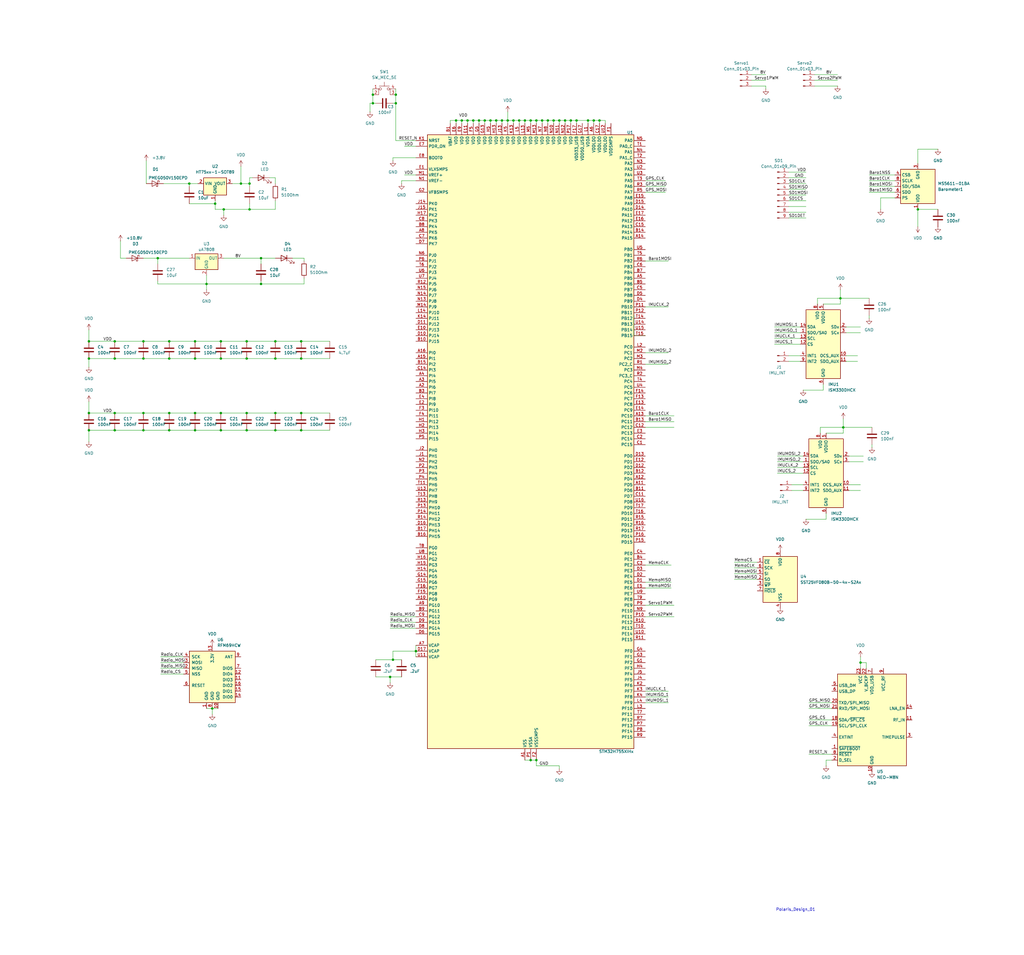
<source format=kicad_sch>
(kicad_sch (version 20231120) (generator "eeschema") (generator_version "8.0")
  (paper "User" 453.39 422.91)
  (lib_symbols
    (symbol "Connector:Conn_01x02_Pin" (pin_names (offset 1.016) hide)
      (property "Reference" "J" (at 0 2.54 0))
      (property "Value" "Conn_01x02_Pin" (at 0 -5.08 0))
      (symbol "Conn_01x02_Pin_1_1"
        (pin passive line (at 5.08 0 180) (length 3.81) (name "Pin_1") (number "1"))
        (pin passive line (at 5.08 -2.54 180) (length 3.81) (name "Pin_2") (number "2"))
      )
    )
    (symbol "Connector:Conn_01x03_Pin" (pin_names (offset 1.016) hide)
      (property "Reference" "J" (at 0 5.08 0))
      (property "Value" "Conn_01x03_Pin" (at 0 -5.08 0))
      (symbol "Conn_01x03_Pin_1_1"
        (pin passive line (at 5.08 2.54 180) (length 3.81) (name "Pin_1") (number "1"))
        (pin passive line (at 5.08 0 180) (length 3.81) (name "Pin_2") (number "2"))
        (pin passive line (at 5.08 -2.54 180) (length 3.81) (name "Pin_3") (number "3"))
      )
    )
    (symbol "Connector:Conn_01x09_Pin" (pin_names (offset 1.016) hide)
      (property "Reference" "J" (at 0 12.7 0))
      (property "Value" "Conn_01x09_Pin" (at 0 -12.7 0))
      (symbol "Conn_01x09_Pin_1_1"
        (pin passive line (at 5.08 10.16 180) (length 3.81) (name "Pin_1") (number "1"))
        (pin passive line (at 5.08 7.62 180) (length 3.81) (name "Pin_2") (number "2"))
        (pin passive line (at 5.08 5.08 180) (length 3.81) (name "Pin_3") (number "3"))
        (pin passive line (at 5.08 2.54 180) (length 3.81) (name "Pin_4") (number "4"))
        (pin passive line (at 5.08 0 180) (length 3.81) (name "Pin_5") (number "5"))
        (pin passive line (at 5.08 -2.54 180) (length 3.81) (name "Pin_6") (number "6"))
        (pin passive line (at 5.08 -5.08 180) (length 3.81) (name "Pin_7") (number "7"))
        (pin passive line (at 5.08 -7.62 180) (length 3.81) (name "Pin_8") (number "8"))
        (pin passive line (at 5.08 -10.16 180) (length 3.81) (name "Pin_9") (number "9"))
      )
    )
    (symbol "Device:C" (pin_numbers hide) (pin_names (offset 0.254))
      (property "Reference" "C" (at 0.635 2.54 0))
      (property "Value" "C" (at 0.635 -2.54 0))
      (symbol "C_1_1"
        (pin passive line (at 0 3.81 270) (length 2.794) (name "~") (number "1"))
        (pin passive line (at 0 -3.81 90) (length 2.794) (name "~") (number "2"))
      )
    )
    (symbol "Device:LED" (pin_numbers hide) (pin_names (offset 1.016) hide)
      (property "Reference" "D" (at 0 2.54 0))
      (property "Value" "LED" (at 0 -2.54 0))
      (symbol "LED_1_1"
        (pin passive line (at -3.81 0 0) (length 2.54) (name "K") (number "1"))
        (pin passive line (at 3.81 0 180) (length 2.54) (name "A") (number "2"))
      )
    )
    (symbol "Device:R" (pin_numbers hide) (pin_names (offset 0))
      (property "Reference" "R" (at 2.032 0 90))
      (property "Value" "R" (at 0 0 90))
      (symbol "R_1_1"
        (pin passive line (at 0 3.81 270) (length 1.27) (name "~") (number "1"))
        (pin passive line (at 0 -3.81 90) (length 1.27) (name "~") (number "2"))
      )
    )
    (symbol "Diode:PMEG050V150EPD" (pin_numbers hide) (pin_names hide)
      (property "Reference" "D" (at 0 2.54 0))
      (property "Value" "PMEG050V150EPD" (at 0 -2.54 0))
      (symbol "PMEG050V150EPD_1_1"
        (pin passive line (at 3.81 0 180) (length 2.54) (name "A") (number "1"))
        (pin passive line (at 3.81 0 180) (length 2.54) hide (name "A") (number "2"))
        (pin passive line (at -3.81 0 0) (length 2.54) (name "K") (number "3"))
      )
    )
    (symbol "MCU_ST_STM32H7:STM32H755XIHx"
      (property "Reference" "U" (at -45.72 138.43 0))
      (property "Value" "STM32H755XIHx" (at 38.1 138.43 0))
      (symbol "STM32H755XIHx_1_1"
        (pin power_in line (at -2.54 -139.7 90) (length 5.08) (name "VSS") (number "A1"))
        (pin bidirectional line (at -50.8 -68.58 0) (length 5.08) (name "PG9") (number "A10"))
        (pin bidirectional line (at 50.8 -17.78 180) (length 5.08) (name "PD5") (number "A11"))
        (pin bidirectional line (at 50.8 -15.24 180) (length 5.08) (name "PD4") (number "A12"))
        (pin bidirectional line (at 50.8 12.7 180) (length 5.08) (name "PC10") (number "A13"))
        (pin bidirectional line (at 50.8 91.44 180) (length 5.08) (name "PA15") (number "A14"))
        (pin bidirectional line (at -50.8 38.1 0) (length 5.08) (name "PI1") (number "A15"))
        (pin bidirectional line (at -50.8 40.64 0) (length 5.08) (name "PI0") (number "A16"))
        (pin passive line (at -2.54 -139.7 90) (length 5.08) hide (name "VSS") (number "A17"))
        (pin bidirectional line (at -50.8 25.4 0) (length 5.08) (name "PI6") (number "A2"))
        (pin bidirectional line (at -50.8 27.94 0) (length 5.08) (name "PI5") (number "A3"))
        (pin bidirectional line (at -50.8 30.48 0) (length 5.08) (name "PI4") (number "A4"))
        (pin bidirectional line (at 50.8 73.66 180) (length 5.08) (name "PB5") (number "A5"))
        (pin power_in line (at 27.94 142.24 270) (length 5.08) (name "VDDLDO") (number "A6"))
        (pin power_out line (at -50.8 -88.9 0) (length 5.08) (name "VCAP") (number "A7"))
        (pin bidirectional line (at -50.8 93.98 0) (length 5.08) (name "PK5") (number "A8"))
        (pin bidirectional line (at -50.8 -71.12 0) (length 5.08) (name "PG10") (number "A9"))
        (pin power_in line (at -35.56 142.24 270) (length 5.08) (name "VBAT") (number "B1"))
        (pin bidirectional line (at -50.8 45.72 0) (length 5.08) (name "PJ15") (number "B10"))
        (pin bidirectional line (at 50.8 -20.32 180) (length 5.08) (name "PD6") (number "B11"))
        (pin bidirectional line (at 50.8 -12.7 180) (length 5.08) (name "PD3") (number "B12"))
        (pin bidirectional line (at 50.8 10.16 180) (length 5.08) (name "PC11") (number "B13"))
        (pin bidirectional line (at 50.8 93.98 180) (length 5.08) (name "PA14") (number "B14"))
        (pin bidirectional line (at -50.8 35.56 0) (length 5.08) (name "PI2") (number "B15"))
        (pin bidirectional line (at -50.8 -40.64 0) (length 5.08) (name "PH15") (number "B16"))
        (pin bidirectional line (at -50.8 -38.1 0) (length 5.08) (name "PH14") (number "B17"))
        (pin passive line (at -2.54 -139.7 90) (length 5.08) hide (name "VSS") (number "B2"))
        (pin bidirectional line (at -50.8 22.86 0) (length 5.08) (name "PI7") (number "B3"))
        (pin bidirectional line (at 50.8 -50.8 180) (length 5.08) (name "PE1") (number "B4"))
        (pin bidirectional line (at 50.8 71.12 180) (length 5.08) (name "PB6") (number "B5"))
        (pin passive line (at -2.54 -139.7 90) (length 5.08) hide (name "VSS") (number "B6"))
        (pin bidirectional line (at 50.8 76.2 180) (length 5.08) (name "PB4") (number "B7"))
        (pin bidirectional line (at -50.8 96.52 0) (length 5.08) (name "PK4") (number "B8"))
        (pin bidirectional line (at -50.8 -73.66 0) (length 5.08) (name "PG11") (number "B9"))
        (pin bidirectional line (at 50.8 0 180) (length 5.08) (name "PC15") (number "C1"))
        (pin passive line (at -2.54 -139.7 90) (length 5.08) hide (name "VSS") (number "C10"))
        (pin bidirectional line (at 50.8 -22.86 180) (length 5.08) (name "PD7") (number "C11"))
        (pin bidirectional line (at 50.8 7.62 180) (length 5.08) (name "PC12") (number "C12"))
        (pin passive line (at -2.54 -139.7 90) (length 5.08) hide (name "VSS") (number "C13"))
        (pin bidirectional line (at -50.8 33.02 0) (length 5.08) (name "PI3") (number "C14"))
        (pin bidirectional line (at 50.8 96.52 180) (length 5.08) (name "PA13") (number "C15"))
        (pin passive line (at -2.54 -139.7 90) (length 5.08) hide (name "VSS") (number "C16"))
        (pin power_in line (at 30.48 142.24 270) (length 5.08) (name "VDDLDO") (number "C17"))
        (pin bidirectional line (at 50.8 2.54 180) (length 5.08) (name "PC14") (number "C2"))
        (pin bidirectional line (at 50.8 -53.34 180) (length 5.08) (name "PE2") (number "C3"))
        (pin bidirectional line (at 50.8 -48.26 180) (length 5.08) (name "PE0") (number "C4"))
        (pin bidirectional line (at 50.8 68.58 180) (length 5.08) (name "PB7") (number "C5"))
        (pin bidirectional line (at 50.8 78.74 180) (length 5.08) (name "PB3") (number "C6"))
        (pin bidirectional line (at -50.8 91.44 0) (length 5.08) (name "PK6") (number "C7"))
        (pin bidirectional line (at -50.8 99.06 0) (length 5.08) (name "PK3") (number "C8"))
        (pin bidirectional line (at -50.8 -76.2 0) (length 5.08) (name "PG12") (number "C9"))
        (pin bidirectional line (at 50.8 -60.96 180) (length 5.08) (name "PE5") (number "D1"))
        (pin bidirectional line (at -50.8 48.26 0) (length 5.08) (name "PJ14") (number "D10"))
        (pin bidirectional line (at -50.8 53.34 0) (length 5.08) (name "PJ12") (number "D11"))
        (pin bidirectional line (at 50.8 -10.16 180) (length 5.08) (name "PD2") (number "D12"))
        (pin bidirectional line (at 50.8 -5.08 180) (length 5.08) (name "PD0") (number "D13"))
        (pin bidirectional line (at 50.8 104.14 180) (length 5.08) (name "PA10") (number "D14"))
        (pin bidirectional line (at 50.8 106.68 180) (length 5.08) (name "PA9") (number "D15"))
        (pin bidirectional line (at -50.8 -35.56 0) (length 5.08) (name "PH13") (number "D16"))
        (pin power_out line (at -50.8 -91.44 0) (length 5.08) (name "VCAP") (number "D17"))
        (pin bidirectional line (at 50.8 -58.42 180) (length 5.08) (name "PE4") (number "D2"))
        (pin bidirectional line (at 50.8 -55.88 180) (length 5.08) (name "PE3") (number "D3"))
        (pin bidirectional line (at 50.8 63.5 180) (length 5.08) (name "PB9") (number "D4"))
        (pin bidirectional line (at 50.8 66.04 180) (length 5.08) (name "PB8") (number "D5"))
        (pin bidirectional line (at -50.8 -83.82 0) (length 5.08) (name "PG15") (number "D6"))
        (pin bidirectional line (at -50.8 88.9 0) (length 5.08) (name "PK7") (number "D7"))
        (pin bidirectional line (at -50.8 -81.28 0) (length 5.08) (name "PG14") (number "D8"))
        (pin bidirectional line (at -50.8 -78.74 0) (length 5.08) (name "PG13") (number "D9"))
        (pin power_in line (at -50.8 121.92 0) (length 5.08) (name "VLXSMPS") (number "E1"))
        (pin bidirectional line (at -50.8 50.8 0) (length 5.08) (name "PJ13") (number "E10"))
        (pin power_in line (at -27.94 142.24 270) (length 5.08) (name "VDD") (number "E11"))
        (pin bidirectional line (at 50.8 -7.62 180) (length 5.08) (name "PD1") (number "E12"))
        (pin bidirectional line (at 50.8 17.78 180) (length 5.08) (name "PC8") (number "E13"))
        (pin bidirectional line (at 50.8 15.24 180) (length 5.08) (name "PC9") (number "E14"))
        (pin bidirectional line (at 50.8 109.22 180) (length 5.08) (name "PA8") (number "E15"))
        (pin bidirectional line (at 50.8 99.06 180) (length 5.08) (name "PA12") (number "E16"))
        (pin bidirectional line (at 50.8 101.6 180) (length 5.08) (name "PA11") (number "E17"))
        (pin bidirectional line (at -50.8 17.78 0) (length 5.08) (name "PI9") (number "E2"))
        (pin bidirectional line (at 50.8 5.08 180) (length 5.08) (name "PC13") (number "E3"))
        (pin bidirectional line (at -50.8 20.32 0) (length 5.08) (name "PI8") (number "E4"))
        (pin bidirectional line (at 50.8 -63.5 180) (length 5.08) (name "PE6") (number "E5"))
        (pin power_in line (at -33.02 142.24 270) (length 5.08) (name "VDD") (number "E6"))
        (pin input line (at -50.8 132.08 0) (length 5.08) (name "PDR_ON") (number "E7"))
        (pin input line (at -50.8 127 0) (length 5.08) (name "BOOT0") (number "E8"))
        (pin power_in line (at -30.48 142.24 270) (length 5.08) (name "VDD") (number "E9"))
        (pin power_in line (at 35.56 142.24 270) (length 5.08) (name "VDDSMPS") (number "F1"))
        (pin bidirectional line (at 50.8 20.32 180) (length 5.08) (name "PC7") (number "F13"))
        (pin bidirectional line (at 50.8 22.86 180) (length 5.08) (name "PC6") (number "F14"))
        (pin bidirectional line (at -50.8 -66.04 0) (length 5.08) (name "PG8") (number "F15"))
        (pin bidirectional line (at -50.8 -63.5 0) (length 5.08) (name "PG7") (number "F16"))
        (pin power_in line (at 20.32 142.24 270) (length 5.08) (name "VDD33_USB") (number "F17"))
        (pin power_in line (at 2.54 -139.7 90) (length 5.08) (name "VSSSMPS") (number "F2"))
        (pin bidirectional line (at -50.8 15.24 0) (length 5.08) (name "PI10") (number "F3"))
        (pin bidirectional line (at -50.8 12.7 0) (length 5.08) (name "PI11") (number "F4"))
        (pin power_in line (at -25.4 142.24 270) (length 5.08) (name "VDD") (number "F5"))
        (pin bidirectional line (at 50.8 -96.52 180) (length 5.08) (name "PF2") (number "G1"))
        (pin passive line (at -2.54 -139.7 90) (length 5.08) hide (name "VSS") (number "G10"))
        (pin passive line (at -2.54 -139.7 90) (length 5.08) hide (name "VSS") (number "G11"))
        (pin power_in line (at -20.32 142.24 270) (length 5.08) (name "VDD") (number "G13"))
        (pin bidirectional line (at -50.8 -58.42 0) (length 5.08) (name "PG5") (number "G14"))
        (pin bidirectional line (at -50.8 -60.96 0) (length 5.08) (name "PG6") (number "G15"))
        (pin passive line (at -2.54 -139.7 90) (length 5.08) hide (name "VSS") (number "G16"))
        (pin power_in line (at 22.86 142.24 270) (length 5.08) (name "VDD50_USB") (number "G17"))
        (pin input line (at -50.8 111.76 0) (length 5.08) (name "VFBSMPS") (number "G2"))
        (pin bidirectional line (at 50.8 -93.98 180) (length 5.08) (name "PF1") (number "G3"))
        (pin bidirectional line (at 50.8 -91.44 180) (length 5.08) (name "PF0") (number "G4"))
        (pin power_in line (at -22.86 142.24 270) (length 5.08) (name "VDD") (number "G5"))
        (pin passive line (at -2.54 -139.7 90) (length 5.08) hide (name "VSS") (number "G7"))
        (pin passive line (at -2.54 -139.7 90) (length 5.08) hide (name "VSS") (number "G8"))
        (pin passive line (at -2.54 -139.7 90) (length 5.08) hide (name "VSS") (number "G9"))
        (pin bidirectional line (at -50.8 10.16 0) (length 5.08) (name "PI12") (number "H1"))
        (pin passive line (at -2.54 -139.7 90) (length 5.08) hide (name "VSS") (number "H10"))
        (pin passive line (at -2.54 -139.7 90) (length 5.08) hide (name "VSS") (number "H11"))
        (pin power_in line (at -15.24 142.24 270) (length 5.08) (name "VDD") (number "H13"))
        (pin bidirectional line (at -50.8 -55.88 0) (length 5.08) (name "PG4") (number "H14"))
        (pin bidirectional line (at -50.8 -53.34 0) (length 5.08) (name "PG3") (number "H15"))
        (pin bidirectional line (at -50.8 -50.8 0) (length 5.08) (name "PG2") (number "H16"))
        (pin bidirectional line (at -50.8 101.6 0) (length 5.08) (name "PK2") (number "H17"))
        (pin bidirectional line (at -50.8 7.62 0) (length 5.08) (name "PI13") (number "H2"))
        (pin bidirectional line (at -50.8 5.08 0) (length 5.08) (name "PI14") (number "H3"))
        (pin bidirectional line (at 50.8 -99.06 180) (length 5.08) (name "PF3") (number "H4"))
        (pin power_in line (at -17.78 142.24 270) (length 5.08) (name "VDD") (number "H5"))
        (pin passive line (at -2.54 -139.7 90) (length 5.08) hide (name "VSS") (number "H7"))
        (pin passive line (at -2.54 -139.7 90) (length 5.08) hide (name "VSS") (number "H8"))
        (pin passive line (at -2.54 -139.7 90) (length 5.08) hide (name "VSS") (number "H9"))
        (pin bidirectional line (at -50.8 -5.08 0) (length 5.08) (name "PH1") (number "J1"))
        (pin passive line (at -2.54 -139.7 90) (length 5.08) hide (name "VSS") (number "J10"))
        (pin passive line (at -2.54 -139.7 90) (length 5.08) hide (name "VSS") (number "J11"))
        (pin power_in line (at -12.7 142.24 270) (length 5.08) (name "VDD") (number "J13"))
        (pin bidirectional line (at -50.8 106.68 0) (length 5.08) (name "PK0") (number "J14"))
        (pin bidirectional line (at -50.8 104.14 0) (length 5.08) (name "PK1") (number "J15"))
        (pin passive line (at -2.54 -139.7 90) (length 5.08) hide (name "VSS") (number "J16"))
        (pin passive line (at -2.54 -139.7 90) (length 5.08) hide (name "VSS") (number "J17"))
        (pin bidirectional line (at -50.8 -2.54 0) (length 5.08) (name "PH0") (number "J2"))
        (pin passive line (at -2.54 -139.7 90) (length 5.08) hide (name "VSS") (number "J3"))
        (pin bidirectional line (at 50.8 -104.14 180) (length 5.08) (name "PF5") (number "J4"))
        (pin bidirectional line (at 50.8 -101.6 180) (length 5.08) (name "PF4") (number "J5"))
        (pin passive line (at -2.54 -139.7 90) (length 5.08) hide (name "VSS") (number "J7"))
        (pin passive line (at -2.54 -139.7 90) (length 5.08) hide (name "VSS") (number "J8"))
        (pin passive line (at -2.54 -139.7 90) (length 5.08) hide (name "VSS") (number "J9"))
        (pin input line (at -50.8 134.62 0) (length 5.08) (name "NRST") (number "K1"))
        (pin passive line (at -2.54 -139.7 90) (length 5.08) hide (name "VSS") (number "K10"))
        (pin passive line (at -2.54 -139.7 90) (length 5.08) hide (name "VSS") (number "K11"))
        (pin power_in line (at -7.62 142.24 270) (length 5.08) (name "VDD") (number "K13"))
        (pin bidirectional line (at -50.8 55.88 0) (length 5.08) (name "PJ11") (number "K14"))
        (pin passive line (at -2.54 -139.7 90) (length 5.08) hide (name "VSS") (number "K15"))
        (pin no_connect line (at -45.72 -134.62 0) (length 5.08) hide (name "NC") (number "K16"))
        (pin no_connect line (at -45.72 -132.08 0) (length 5.08) hide (name "NC") (number "K17"))
        (pin bidirectional line (at 50.8 -106.68 180) (length 5.08) (name "PF6") (number "K2"))
        (pin bidirectional line (at 50.8 -109.22 180) (length 5.08) (name "PF7") (number "K3"))
        (pin bidirectional line (at 50.8 -111.76 180) (length 5.08) (name "PF8") (number "K4"))
        (pin power_in line (at -10.16 142.24 270) (length 5.08) (name "VDD") (number "K5"))
        (pin passive line (at -2.54 -139.7 90) (length 5.08) hide (name "VSS") (number "K7"))
        (pin passive line (at -2.54 -139.7 90) (length 5.08) hide (name "VSS") (number "K8"))
        (pin passive line (at -2.54 -139.7 90) (length 5.08) hide (name "VSS") (number "K9"))
        (pin power_in line (at 25.4 142.24 270) (length 5.08) (name "VDDA") (number "L1"))
        (pin passive line (at -2.54 -139.7 90) (length 5.08) hide (name "VSS") (number "L10"))
        (pin passive line (at -2.54 -139.7 90) (length 5.08) hide (name "VSS") (number "L11"))
        (pin power_in line (at -2.54 142.24 270) (length 5.08) (name "VDD") (number "L13"))
        (pin bidirectional line (at -50.8 58.42 0) (length 5.08) (name "PJ10") (number "L14"))
        (pin passive line (at -2.54 -139.7 90) (length 5.08) hide (name "VSS") (number "L15"))
        (pin no_connect line (at -45.72 -129.54 0) (length 5.08) hide (name "NC") (number "L16"))
        (pin no_connect line (at -45.72 -127 0) (length 5.08) hide (name "NC") (number "L17"))
        (pin bidirectional line (at 50.8 43.18 180) (length 5.08) (name "PC0") (number "L2"))
        (pin bidirectional line (at 50.8 -116.84 180) (length 5.08) (name "PF10") (number "L3"))
        (pin bidirectional line (at 50.8 -114.3 180) (length 5.08) (name "PF9") (number "L4"))
        (pin power_in line (at -5.08 142.24 270) (length 5.08) (name "VDD") (number "L5"))
        (pin passive line (at -2.54 -139.7 90) (length 5.08) hide (name "VSS") (number "L7"))
        (pin passive line (at -2.54 -139.7 90) (length 5.08) hide (name "VSS") (number "L8"))
        (pin passive line (at -2.54 -139.7 90) (length 5.08) hide (name "VSS") (number "L9"))
        (pin input line (at -50.8 119.38 0) (length 5.08) (name "VREF+") (number "M1"))
        (pin power_in line (at 2.54 142.24 270) (length 5.08) (name "VDD") (number "M13"))
        (pin bidirectional line (at -50.8 60.96 0) (length 5.08) (name "PJ9") (number "M14"))
        (pin passive line (at -2.54 -139.7 90) (length 5.08) hide (name "VSS") (number "M15"))
        (pin no_connect line (at -45.72 -124.46 0) (length 5.08) hide (name "NC") (number "M16"))
        (pin no_connect line (at -45.72 -121.92 0) (length 5.08) hide (name "NC") (number "M17"))
        (pin bidirectional line (at 50.8 40.64 180) (length 5.08) (name "PC1") (number "M2"))
        (pin bidirectional line (at 50.8 38.1 180) (length 5.08) (name "PC2") (number "M3"))
        (pin bidirectional line (at 50.8 33.02 180) (length 5.08) (name "PC3") (number "M4"))
        (pin power_in line (at 0 142.24 270) (length 5.08) (name "VDD") (number "M5"))
        (pin input line (at -50.8 116.84 0) (length 5.08) (name "VREF-") (number "N1"))
        (pin power_in line (at 10.16 142.24 270) (length 5.08) (name "VDD") (number "N10"))
        (pin power_in line (at 12.7 142.24 270) (length 5.08) (name "VDD") (number "N11"))
        (pin power_in line (at 15.24 142.24 270) (length 5.08) (name "VDD") (number "N12"))
        (pin bidirectional line (at -50.8 63.5 0) (length 5.08) (name "PJ8") (number "N13"))
        (pin bidirectional line (at -50.8 66.04 0) (length 5.08) (name "PJ7") (number "N14"))
        (pin bidirectional line (at -50.8 68.58 0) (length 5.08) (name "PJ6") (number "N15"))
        (pin passive line (at -2.54 -139.7 90) (length 5.08) hide (name "VSS") (number "N16"))
        (pin no_connect line (at -45.72 -119.38 0) (length 5.08) hide (name "NC") (number "N17"))
        (pin bidirectional line (at -50.8 -7.62 0) (length 5.08) (name "PH2") (number "N2"))
        (pin bidirectional line (at 50.8 124.46 180) (length 5.08) (name "PA2") (number "N3"))
        (pin bidirectional line (at 50.8 129.54 180) (length 5.08) (name "PA1") (number "N4"))
        (pin bidirectional line (at 50.8 134.62 180) (length 5.08) (name "PA0") (number "N5"))
        (pin bidirectional line (at -50.8 83.82 0) (length 5.08) (name "PJ0") (number "N6"))
        (pin power_in line (at 5.08 142.24 270) (length 5.08) (name "VDD") (number "N7"))
        (pin power_in line (at 7.62 142.24 270) (length 5.08) (name "VDD") (number "N8"))
        (pin bidirectional line (at 50.8 -73.66 180) (length 5.08) (name "PE10") (number "N9"))
        (pin power_in line (at 0 -139.7 90) (length 5.08) (name "VSSA") (number "P1"))
        (pin bidirectional line (at 50.8 -76.2 180) (length 5.08) (name "PE11") (number "P10"))
        (pin bidirectional line (at 50.8 60.96 180) (length 5.08) (name "PB10") (number "P11"))
        (pin bidirectional line (at 50.8 58.42 180) (length 5.08) (name "PB11") (number "P12"))
        (pin bidirectional line (at -50.8 -27.94 0) (length 5.08) (name "PH10") (number "P13"))
        (pin bidirectional line (at -50.8 -30.48 0) (length 5.08) (name "PH11") (number "P14"))
        (pin bidirectional line (at 50.8 -43.18 180) (length 5.08) (name "PD15") (number "P15"))
        (pin bidirectional line (at 50.8 -40.64 180) (length 5.08) (name "PD14") (number "P16"))
        (pin power_in line (at 17.78 142.24 270) (length 5.08) (name "VDD") (number "P17"))
        (pin bidirectional line (at -50.8 -10.16 0) (length 5.08) (name "PH3") (number "P2"))
        (pin bidirectional line (at -50.8 -12.7 0) (length 5.08) (name "PH4") (number "P3"))
        (pin bidirectional line (at -50.8 -15.24 0) (length 5.08) (name "PH5") (number "P4"))
        (pin bidirectional line (at -50.8 2.54 0) (length 5.08) (name "PI15") (number "P5"))
        (pin bidirectional line (at -50.8 81.28 0) (length 5.08) (name "PJ1") (number "P6"))
        (pin bidirectional line (at 50.8 -124.46 180) (length 5.08) (name "PF13") (number "P7"))
        (pin bidirectional line (at 50.8 -127 180) (length 5.08) (name "PF14") (number "P8"))
        (pin bidirectional line (at 50.8 -71.12 180) (length 5.08) (name "PE9") (number "P9"))
        (pin bidirectional line (at 50.8 35.56 180) (length 5.08) (name "PC2_C") (number "R1"))
        (pin bidirectional line (at 50.8 -78.74 180) (length 5.08) (name "PE12") (number "R10"))
        (pin bidirectional line (at 50.8 -86.36 180) (length 5.08) (name "PE15") (number "R11"))
        (pin bidirectional line (at -50.8 71.12 0) (length 5.08) (name "PJ5") (number "R12"))
        (pin bidirectional line (at -50.8 -25.4 0) (length 5.08) (name "PH9") (number "R13"))
        (pin bidirectional line (at -50.8 -33.02 0) (length 5.08) (name "PH12") (number "R14"))
        (pin bidirectional line (at 50.8 -33.02 180) (length 5.08) (name "PD11") (number "R15"))
        (pin bidirectional line (at 50.8 -35.56 180) (length 5.08) (name "PD12") (number "R16"))
        (pin bidirectional line (at 50.8 -38.1 180) (length 5.08) (name "PD13") (number "R17"))
        (pin bidirectional line (at 50.8 30.48 180) (length 5.08) (name "PC3_C") (number "R2"))
        (pin bidirectional line (at 50.8 114.3 180) (length 5.08) (name "PA6") (number "R3"))
        (pin passive line (at -2.54 -139.7 90) (length 5.08) hide (name "VSS") (number "R4"))
        (pin bidirectional line (at 50.8 111.76 180) (length 5.08) (name "PA7") (number "R5"))
        (pin bidirectional line (at 50.8 81.28 180) (length 5.08) (name "PB2") (number "R6"))
        (pin bidirectional line (at 50.8 -121.92 180) (length 5.08) (name "PF12") (number "R7"))
        (pin passive line (at -2.54 -139.7 90) (length 5.08) hide (name "VSS") (number "R8"))
        (pin bidirectional line (at 50.8 -129.54 180) (length 5.08) (name "PF15") (number "R9"))
        (pin bidirectional line (at 50.8 132.08 180) (length 5.08) (name "PA0_C") (number "T1"))
        (pin bidirectional line (at 50.8 -81.28 180) (length 5.08) (name "PE13") (number "T10"))
        (pin bidirectional line (at -50.8 -17.78 0) (length 5.08) (name "PH6") (number "T11"))
        (pin passive line (at -2.54 -139.7 90) (length 5.08) hide (name "VSS") (number "T12"))
        (pin bidirectional line (at -50.8 -22.86 0) (length 5.08) (name "PH8") (number "T13"))
        (pin bidirectional line (at 50.8 55.88 180) (length 5.08) (name "PB12") (number "T14"))
        (pin bidirectional line (at 50.8 48.26 180) (length 5.08) (name "PB15") (number "T15"))
        (pin bidirectional line (at 50.8 -30.48 180) (length 5.08) (name "PD10") (number "T16"))
        (pin bidirectional line (at 50.8 -27.94 180) (length 5.08) (name "PD9") (number "T17"))
        (pin bidirectional line (at 50.8 127 180) (length 5.08) (name "PA1_C") (number "T2"))
        (pin bidirectional line (at 50.8 116.84 180) (length 5.08) (name "PA5") (number "T3"))
        (pin bidirectional line (at 50.8 27.94 180) (length 5.08) (name "PC4") (number "T4"))
        (pin bidirectional line (at 50.8 83.82 180) (length 5.08) (name "PB1") (number "T5"))
        (pin bidirectional line (at -50.8 78.74 0) (length 5.08) (name "PJ2") (number "T6"))
        (pin bidirectional line (at 50.8 -119.38 180) (length 5.08) (name "PF11") (number "T7"))
        (pin bidirectional line (at -50.8 -45.72 0) (length 5.08) (name "PG0") (number "T8"))
        (pin bidirectional line (at 50.8 -68.58 180) (length 5.08) (name "PE8") (number "T9"))
        (pin passive line (at -2.54 -139.7 90) (length 5.08) hide (name "VSS") (number "U1"))
        (pin bidirectional line (at 50.8 -83.82 180) (length 5.08) (name "PE14") (number "U10"))
        (pin power_out line (at -50.8 -93.98 0) (length 5.08) (name "VCAP") (number "U11"))
        (pin power_in line (at 33.02 142.24 270) (length 5.08) (name "VDDLDO") (number "U12"))
        (pin bidirectional line (at -50.8 -20.32 0) (length 5.08) (name "PH7") (number "U13"))
        (pin bidirectional line (at 50.8 53.34 180) (length 5.08) (name "PB13") (number "U14"))
        (pin bidirectional line (at 50.8 50.8 180) (length 5.08) (name "PB14") (number "U15"))
        (pin bidirectional line (at 50.8 -25.4 180) (length 5.08) (name "PD8") (number "U16"))
        (pin passive line (at -2.54 -139.7 90) (length 5.08) hide (name "VSS") (number "U17"))
        (pin bidirectional line (at 50.8 121.92 180) (length 5.08) (name "PA3") (number "U2"))
        (pin bidirectional line (at 50.8 119.38 180) (length 5.08) (name "PA4") (number "U3"))
        (pin bidirectional line (at 50.8 25.4 180) (length 5.08) (name "PC5") (number "U4"))
        (pin bidirectional line (at 50.8 86.36 180) (length 5.08) (name "PB0") (number "U5"))
        (pin bidirectional line (at -50.8 76.2 0) (length 5.08) (name "PJ3") (number "U6"))
        (pin bidirectional line (at -50.8 73.66 0) (length 5.08) (name "PJ4") (number "U7"))
        (pin bidirectional line (at -50.8 -48.26 0) (length 5.08) (name "PG1") (number "U8"))
        (pin bidirectional line (at 50.8 -66.04 180) (length 5.08) (name "PE7") (number "U9"))
      )
    )
    (symbol "Memory_Flash:SST25VF080B-50-4x-S2Ax"
      (property "Reference" "U" (at -6.35 11.43 0))
      (property "Value" "SST25VF080B-50-4x-S2Ax" (at 13.97 11.43 0))
      (symbol "SST25VF080B-50-4x-S2Ax_1_1"
        (pin input line (at -10.16 7.62 0) (length 2.54) (name "~{CE}") (number "1"))
        (pin output line (at -10.16 0 0) (length 2.54) (name "SO") (number "2"))
        (pin input line (at -10.16 -2.54 0) (length 2.54) (name "~{WP}") (number "3"))
        (pin power_in line (at 0 -12.7 90) (length 2.54) (name "VSS") (number "4"))
        (pin input line (at -10.16 2.54 0) (length 2.54) (name "SI") (number "5"))
        (pin input line (at -10.16 5.08 0) (length 2.54) (name "SCK") (number "6"))
        (pin input line (at -10.16 -5.08 0) (length 2.54) (name "~{HOLD}") (number "7"))
        (pin power_in line (at 0 12.7 270) (length 2.54) (name "VDD") (number "8"))
      )
    )
    (symbol "RF_GPS:NEO-M8N"
      (property "Reference" "U" (at -13.97 21.59 0))
      (property "Value" "NEO-M8N" (at 11.43 21.59 0))
      (symbol "NEO-M8N_1_1"
        (pin input line (at -17.78 -12.7 0) (length 2.54) (name "~{SAFEBOOT}") (number "1"))
        (pin power_in line (at 0 -22.86 90) (length 2.54) (name "GND") (number "10"))
        (pin input line (at 17.78 0 180) (length 2.54) (name "RF_IN") (number "11"))
        (pin passive line (at 0 -22.86 90) (length 2.54) hide (name "GND") (number "12"))
        (pin passive line (at 0 -22.86 90) (length 2.54) hide (name "GND") (number "13"))
        (pin output line (at 17.78 5.08 180) (length 2.54) (name "LNA_EN") (number "14"))
        (pin no_connect line (at 15.24 -10.16 180) (length 2.54) hide (name "RESERVED") (number "15"))
        (pin no_connect line (at 15.24 -12.7 180) (length 2.54) hide (name "RESERVED") (number "16"))
        (pin no_connect line (at 15.24 -15.24 180) (length 2.54) hide (name "RESERVED") (number "17"))
        (pin bidirectional line (at -17.78 0 0) (length 2.54) (name "SDA/~{SPI_CS}") (number "18"))
        (pin input line (at -17.78 -2.54 0) (length 2.54) (name "SCL/SPI_CLK") (number "19"))
        (pin input line (at -17.78 -17.78 0) (length 2.54) (name "D_SEL") (number "2"))
        (pin output line (at -17.78 7.62 0) (length 2.54) (name "TXD/SPI_MISO") (number "20"))
        (pin input line (at -17.78 5.08 0) (length 2.54) (name "RXD/SPI_MOSI") (number "21"))
        (pin power_in line (at -2.54 22.86 270) (length 2.54) (name "V_BCKP") (number "22"))
        (pin power_in line (at -5.08 22.86 270) (length 2.54) (name "VCC") (number "23"))
        (pin passive line (at 0 -22.86 90) (length 2.54) hide (name "GND") (number "24"))
        (pin output line (at 17.78 -7.62 180) (length 2.54) (name "TIMEPULSE") (number "3"))
        (pin input line (at -17.78 -7.62 0) (length 2.54) (name "EXTINT") (number "4"))
        (pin bidirectional line (at -17.78 15.24 0) (length 2.54) (name "USB_DM") (number "5"))
        (pin bidirectional line (at -17.78 12.7 0) (length 2.54) (name "USB_DP") (number "6"))
        (pin power_in line (at 0 22.86 270) (length 2.54) (name "VDD_USB") (number "7"))
        (pin input line (at -17.78 -15.24 0) (length 2.54) (name "~{RESET}") (number "8"))
        (pin power_out line (at 5.08 22.86 270) (length 2.54) (name "VCC_RF") (number "9"))
      )
    )
    (symbol "RF_Module:RFM69HCW" (pin_names (offset 1.016))
      (property "Reference" "U" (at -10.414 11.684 0))
      (property "Value" "RFM69HCW" (at 1.524 11.43 0))
      (symbol "RFM69HCW_1_1"
        (pin power_in line (at -2.54 -15.24 90) (length 2.54) (name "GND") (number "1"))
        (pin power_in line (at 2.54 -15.24 90) (length 2.54) (name "GND") (number "10"))
        (pin bidirectional line (at 12.7 -2.54 180) (length 2.54) (name "DIO3") (number "11"))
        (pin bidirectional line (at 12.7 0 180) (length 2.54) (name "DIO4") (number "12"))
        (pin power_in line (at 0 12.7 270) (length 2.54) (name "3.3V") (number "13"))
        (pin bidirectional line (at 12.7 -10.16 180) (length 2.54) (name "DIO0") (number "14"))
        (pin bidirectional line (at 12.7 -7.62 180) (length 2.54) (name "DIO1") (number "15"))
        (pin bidirectional line (at 12.7 -5.08 180) (length 2.54) (name "DIO2") (number "16"))
        (pin output line (at -12.7 2.54 0) (length 2.54) (name "MISO") (number "2"))
        (pin input line (at -12.7 5.08 0) (length 2.54) (name "MOSI") (number "3"))
        (pin input line (at -12.7 7.62 0) (length 2.54) (name "SCK") (number "4"))
        (pin input line (at -12.7 0 0) (length 2.54) (name "NSS") (number "5"))
        (pin bidirectional line (at -12.7 -5.08 0) (length 2.54) (name "RESET") (number "6"))
        (pin bidirectional line (at 12.7 2.54 180) (length 2.54) (name "DIO5") (number "7"))
        (pin power_in line (at 0 -15.24 90) (length 2.54) (name "GND") (number "8"))
        (pin bidirectional line (at 12.7 7.62 180) (length 2.54) (name "ANT") (number "9"))
      )
    )
    (symbol "Regulator_Linear:HT75xx-1-SOT89"
      (property "Reference" "U" (at -5.08 -3.81 0))
      (property "Value" "HT75xx-1-SOT89" (at 0 6.35 0))
      (symbol "HT75xx-1-SOT89_1_1"
        (pin power_in line (at 0 -5.08 90) (length 2.54) (name "GND") (number "1"))
        (pin power_in line (at -7.62 2.54 0) (length 2.54) (name "VIN") (number "2"))
        (pin power_out line (at 7.62 2.54 180) (length 2.54) (name "VOUT") (number "3"))
      )
    )
    (symbol "Regulator_Linear:uA7808" (pin_names (offset 0.254))
      (property "Reference" "U" (at -3.81 3.175 0))
      (property "Value" "uA7808" (at 0 3.175 0))
      (symbol "uA7808_1_1"
        (pin power_in line (at -7.62 0 0) (length 2.54) (name "IN") (number "1"))
        (pin power_in line (at 0 -7.62 90) (length 2.54) (name "GND") (number "2"))
        (pin power_out line (at 7.62 0 180) (length 2.54) (name "OUT") (number "3"))
      )
    )
    (symbol "Sensor_Motion:ISM330DHCX"
      (property "Reference" "U" (at 5.842 -16.51 0))
      (property "Value" "ISM330DHCX" (at 5.842 -18.542 0))
      (symbol "ISM330DHCX_1_1"
        (pin output line (at -10.16 5.08 0) (length 2.54) (name "SDO/SA0") (number "1"))
        (pin passive line (at 10.16 -5.08 180) (length 2.54) (name "OCS_AUX") (number "10"))
        (pin passive line (at 10.16 -7.62 180) (length 2.54) (name "SDO_AUX") (number "11"))
        (pin input line (at -10.16 0 0) (length 2.54) (name "CS") (number "12"))
        (pin input line (at -10.16 2.54 0) (length 2.54) (name "SCL") (number "13"))
        (pin bidirectional line (at -10.16 7.62 0) (length 2.54) (name "SDA") (number "14"))
        (pin bidirectional line (at 10.16 7.62 180) (length 2.54) (name "SDx") (number "2"))
        (pin input line (at 10.16 5.08 180) (length 2.54) (name "SCx") (number "3"))
        (pin output line (at -10.16 -5.08 0) (length 2.54) (name "INT1") (number "4"))
        (pin power_in line (at 0 17.78 270) (length 2.54) (name "VDDIO") (number "5"))
        (pin power_in line (at 0 -17.78 90) (length 2.54) (name "GND") (number "6"))
        (pin passive line (at 0 -17.78 90) (length 2.54) hide (name "GND") (number "7"))
        (pin power_in line (at -2.54 17.78 270) (length 2.54) (name "VDD") (number "8"))
        (pin output line (at -10.16 -7.62 0) (length 2.54) (name "INT2") (number "9"))
      )
    )
    (symbol "Sensor_Pressure:MS5611-01BA"
      (property "Reference" "U" (at -6.35 8.89 0))
      (property "Value" "MS5611-01BA" (at 7.62 8.89 0))
      (symbol "MS5611-01BA_1_1"
        (pin power_in line (at 0 10.16 270) (length 2.54) (name "VDD") (number "1"))
        (pin input line (at -10.16 5.08 0) (length 2.54) (name "PS") (number "2"))
        (pin power_in line (at 0 -10.16 90) (length 2.54) (name "GND") (number "3"))
        (pin input line (at -10.16 -5.08 0) (length 2.54) (name "CSB") (number "4"))
        (pin input line (at -10.16 -5.08 0) (length 2.54) hide (name "CSB") (number "5"))
        (pin output line (at -10.16 2.54 0) (length 2.54) (name "SDO") (number "6"))
        (pin bidirectional line (at -10.16 0 0) (length 2.54) (name "SDI/SDA") (number "7"))
        (pin input line (at -10.16 -2.54 0) (length 2.54) (name "SCLK") (number "8"))
      )
    )
    (symbol "Switch:SW_MEC_5E" (pin_names (offset 1.016) hide)
      (property "Reference" "SW" (at 0.635 5.715 0))
      (property "Value" "SW_MEC_5E" (at 0 -3.175 0))
      (symbol "SW_MEC_5E_0_1"
        (pin passive line (at -5.08 2.54 0) (length 2.54) (name "1") (number "1"))
        (pin passive line (at -5.08 0 0) (length 2.54) (name "2") (number "2"))
        (pin passive line (at 5.08 0 180) (length 2.54) (name "K") (number "3"))
        (pin passive line (at 5.08 2.54 180) (length 2.54) (name "A") (number "4"))
      )
    )
    (symbol "power:+3.3V" (power) (pin_numbers hide) (pin_names (offset 0) hide)
      (property "Value" "+3.3V" (at 0 3.556 0))
      (symbol "+3.3V_1_1"
        (pin power_in line (at 0 0 90) (length 0) (name "~") (number "1"))
      )
    )
    (symbol "power:+5V" (power) (pin_numbers hide) (pin_names (offset 0) hide)
      (property "Value" "+5V" (at 0 3.556 0))
      (symbol "+5V_1_1"
        (pin power_in line (at 0 0 90) (length 0) (name "~") (number "1"))
      )
    )
    (symbol "power:GND" (power) (pin_numbers hide) (pin_names (offset 0) hide)
      (property "Value" "GND" (at 0 -3.81 0))
      (symbol "GND_1_1"
        (pin power_in line (at 0 0 270) (length 0) (name "~") (number "1"))
      )
    )
    (symbol "power:VCC" (power) (pin_numbers hide) (pin_names (offset 0) hide)
      (property "Value" "VCC" (at 0 3.556 0))
      (symbol "VCC_1_1"
        (pin power_in line (at 0 0 90) (length 0) (name "~") (number "1"))
      )
    )
  )
  (junction (at 63.5 182.88))
  (junction (at 227.33 53.34))
  (junction (at 91.44 125.73))
  (junction (at 234.95 53.34))
  (junction (at 201.93 53.34))
  (junction (at 247.65 53.34))
  (junction (at 115.57 114.3))
  (junction (at 165.1 45.72))
  (junction (at 86.36 190.5))
  (junction (at 121.92 151.13))
  (junction (at 250.19 53.34))
  (junction (at 237.49 336.55))
  (junction (at 50.8 182.88))
  (junction (at 121.92 182.88))
  (junction (at 97.79 158.75))
  (junction (at 209.55 53.34))
  (junction (at 212.09 53.34))
  (junction (at 86.36 182.88))
  (junction (at 381 293.37))
  (junction (at 173.99 292.1))
  (junction (at 74.93 151.13))
  (junction (at 110.49 81.28))
  (junction (at 245.11 53.34))
  (junction (at 240.03 53.34))
  (junction (at 97.79 151.13))
  (junction (at 39.37 158.75))
  (junction (at 237.49 53.34))
  (junction (at 63.5 151.13))
  (junction (at 184.15 288.29))
  (junction (at 133.35 182.88))
  (junction (at 39.37 182.88))
  (junction (at 260.35 53.34))
  (junction (at 175.26 45.72))
  (junction (at 204.47 53.34))
  (junction (at 262.89 53.34))
  (junction (at 165.1 41.91))
  (junction (at 97.79 190.5))
  (junction (at 133.35 158.75))
  (junction (at 242.57 53.34))
  (junction (at 252.73 53.34))
  (junction (at 99.06 92.71))
  (junction (at 93.98 313.69))
  (junction (at 69.85 114.3))
  (junction (at 214.63 53.34))
  (junction (at 63.5 158.75))
  (junction (at 50.8 190.5))
  (junction (at 207.01 53.34))
  (junction (at 121.92 158.75))
  (junction (at 109.22 182.88))
  (junction (at 406.4 92.71))
  (junction (at 74.93 158.75))
  (junction (at 115.57 125.73))
  (junction (at 97.79 182.88))
  (junction (at 86.36 151.13))
  (junction (at 175.26 41.91))
  (junction (at 109.22 158.75))
  (junction (at 234.95 336.55))
  (junction (at 219.71 53.34))
  (junction (at 39.37 151.13))
  (junction (at 372.11 132.08))
  (junction (at 172.72 299.72))
  (junction (at 110.49 92.71))
  (junction (at 224.79 53.34))
  (junction (at 217.17 53.34))
  (junction (at 74.93 190.5))
  (junction (at 95.25 90.17))
  (junction (at 63.5 190.5))
  (junction (at 83.82 81.28))
  (junction (at 222.25 53.34))
  (junction (at 265.43 53.34))
  (junction (at 229.87 53.34))
  (junction (at 50.8 151.13))
  (junction (at 232.41 53.34))
  (junction (at 121.92 190.5))
  (junction (at 86.36 158.75))
  (junction (at 106.68 81.28))
  (junction (at 255.27 53.34))
  (junction (at 109.22 190.5))
  (junction (at 109.22 151.13))
  (junction (at 74.93 182.88))
  (junction (at 50.8 158.75))
  (junction (at 373.38 189.23))
  (junction (at 39.37 190.5))
  (junction (at 133.35 151.13))
  (junction (at 133.35 190.5))
  (wire (pts (xy 64.77 71.12) (xy 64.77 81.28)))
  (wire (pts (xy 110.49 90.17) (xy 110.49 92.71)))
  (wire (pts (xy 86.36 151.13) (xy 97.79 151.13)))
  (wire (pts (xy 97.79 190.5) (xy 109.22 190.5)))
  (wire (pts (xy 349.25 93.98) (xy 356.87 93.98)))
  (wire (pts (xy 384.81 85.09) (xy 396.24 85.09)))
  (wire (pts (xy 115.57 114.3) (xy 121.92 114.3)))
  (wire (pts (xy 365.76 227.33) (xy 365.76 229.87)))
  (wire (pts (xy 245.11 53.34) (xy 242.57 53.34)))
  (wire (pts (xy 344.17 209.55) (xy 355.6 209.55)))
  (wire (pts (xy 219.71 53.34) (xy 219.71 54.61)))
  (wire (pts (xy 372.11 132.08) (xy 372.11 134.62)))
  (wire (pts (xy 106.68 81.28) (xy 102.87 81.28)))
  (wire (pts (xy 217.17 53.34) (xy 219.71 53.34)))
  (wire (pts (xy 349.25 81.28) (xy 356.87 81.28)))
  (wire (pts (xy 63.5 114.3) (xy 69.85 114.3)))
  (wire (pts (xy 247.65 53.34) (xy 247.65 54.61)))
  (wire (pts (xy 349.25 83.82) (xy 356.87 83.82)))
  (wire (pts (xy 173.99 69.85) (xy 173.99 71.12)))
  (wire (pts (xy 212.09 53.34) (xy 209.55 53.34)))
  (wire (pts (xy 280.67 139.7) (xy 280.67 148.59)))
  (wire (pts (xy 133.35 158.75) (xy 146.05 158.75)))
  (wire (pts (xy 204.47 53.34) (xy 204.47 54.61)))
  (wire (pts (xy 240.03 53.34) (xy 240.03 54.61)))
  (wire (pts (xy 74.93 151.13) (xy 86.36 151.13)))
  (wire (pts (xy 260.35 53.34) (xy 255.27 53.34)))
  (wire (pts (xy 175.26 62.23) (xy 184.15 62.23)))
  (wire (pts (xy 252.73 53.34) (xy 252.73 54.61)))
  (wire (pts (xy 163.83 49.53) (xy 163.83 45.72)))
  (wire (pts (xy 71.12 295.91) (xy 81.28 295.91)))
  (wire (pts (xy 267.97 54.61) (xy 267.97 53.34)))
  (wire (pts (xy 364.49 172.72) (xy 355.6 172.72)))
  (wire (pts (xy 262.89 53.34) (xy 265.43 53.34)))
  (wire (pts (xy 285.75 273.05) (xy 298.45 273.05)))
  (wire (pts (xy 175.26 39.37) (xy 175.26 41.91)))
  (wire (pts (xy 285.75 135.89) (xy 295.91 135.89)))
  (wire (pts (xy 97.79 158.75) (xy 109.22 158.75)))
  (wire (pts (xy 384.81 80.01) (xy 396.24 80.01)))
  (wire (pts (xy 121.92 151.13) (xy 133.35 151.13)))
  (wire (pts (xy 381 293.37) (xy 381 295.91)))
  (wire (pts (xy 237.49 53.34) (xy 240.03 53.34)))
  (wire (pts (xy 325.12 251.46) (xy 335.28 251.46)))
  (wire (pts (xy 247.65 339.09) (xy 237.49 339.09)))
  (wire (pts (xy 250.19 53.34) (xy 247.65 53.34)))
  (wire (pts (xy 86.36 190.5) (xy 97.79 190.5)))
  (wire (pts (xy 110.49 81.28) (xy 106.68 81.28)))
  (wire (pts (xy 285.75 250.19) (xy 297.18 250.19)))
  (wire (pts (xy 234.95 53.34) (xy 237.49 53.34)))
  (wire (pts (xy 325.12 248.92) (xy 335.28 248.92)))
  (wire (pts (xy 71.12 293.37) (xy 81.28 293.37)))
  (wire (pts (xy 121.92 190.5) (xy 133.35 190.5)))
  (wire (pts (xy 285.75 184.15) (xy 298.45 184.15)))
  (wire (pts (xy 172.72 278.13) (xy 184.15 278.13)))
  (wire (pts (xy 285.75 186.69) (xy 298.45 186.69)))
  (wire (pts (xy 349.25 76.2) (xy 356.87 76.2)))
  (wire (pts (xy 115.57 124.46) (xy 115.57 125.73)))
  (wire (pts (xy 349.25 88.9) (xy 356.87 88.9)))
  (wire (pts (xy 217.17 53.34) (xy 217.17 54.61)))
  (wire (pts (xy 374.65 144.78) (xy 381 144.78)))
  (wire (pts (xy 373.38 189.23) (xy 373.38 191.77)))
  (wire (pts (xy 349.25 96.52) (xy 356.87 96.52)))
  (wire (pts (xy 250.19 53.34) (xy 250.19 54.61)))
  (wire (pts (xy 384.81 132.08) (xy 372.11 132.08)))
  (wire (pts (xy 360.68 38.1) (xy 370.84 38.1)))
  (wire (pts (xy 229.87 53.34) (xy 229.87 54.61)))
  (wire (pts (xy 349.25 160.02) (xy 354.33 160.02)))
  (wire (pts (xy 175.26 41.91) (xy 175.26 45.72)))
  (wire (pts (xy 173.99 288.29) (xy 173.99 292.1)))
  (wire (pts (xy 109.22 190.5) (xy 121.92 190.5)))
  (wire (pts (xy 232.41 336.55) (xy 234.95 336.55)))
  (wire (pts (xy 227.33 53.34) (xy 229.87 53.34)))
  (wire (pts (xy 342.9 144.78) (xy 354.33 144.78)))
  (wire (pts (xy 350.52 214.63) (xy 355.6 214.63)))
  (wire (pts (xy 232.41 53.34) (xy 232.41 54.61)))
  (wire (pts (xy 368.3 336.55) (xy 365.76 336.55)))
  (wire (pts (xy 133.35 151.13) (xy 146.05 151.13)))
  (wire (pts (xy 285.75 311.15) (xy 295.91 311.15)))
  (wire (pts (xy 184.15 288.29) (xy 173.99 288.29)))
  (wire (pts (xy 332.74 35.56) (xy 339.09 35.56)))
  (wire (pts (xy 358.14 318.77) (xy 368.3 318.77)))
  (wire (pts (xy 63.5 158.75) (xy 74.93 158.75)))
  (wire (pts (xy 237.49 53.34) (xy 237.49 54.61)))
  (wire (pts (xy 39.37 151.13) (xy 50.8 151.13)))
  (wire (pts (xy 69.85 125.73) (xy 91.44 125.73)))
  (wire (pts (xy 179.07 77.47) (xy 184.15 77.47)))
  (wire (pts (xy 97.79 182.88) (xy 109.22 182.88)))
  (wire (pts (xy 262.89 54.61) (xy 262.89 53.34)))
  (wire (pts (xy 121.92 78.74) (xy 121.92 81.28)))
  (wire (pts (xy 74.93 190.5) (xy 86.36 190.5)))
  (wire (pts (xy 406.4 66.04) (xy 415.29 66.04)))
  (wire (pts (xy 83.82 81.28) (xy 83.82 82.55)))
  (wire (pts (xy 222.25 53.34) (xy 224.79 53.34)))
  (wire (pts (xy 50.8 158.75) (xy 63.5 158.75)))
  (wire (pts (xy 406.4 92.71) (xy 415.29 92.71)))
  (wire (pts (xy 285.75 161.29) (xy 295.91 161.29)))
  (wire (pts (xy 63.5 190.5) (xy 74.93 190.5)))
  (wire (pts (xy 74.93 182.88) (xy 86.36 182.88)))
  (wire (pts (xy 349.25 157.48) (xy 354.33 157.48)))
  (wire (pts (xy 50.8 151.13) (xy 63.5 151.13)))
  (wire (pts (xy 339.09 39.37) (xy 339.09 38.1)))
  (wire (pts (xy 267.97 53.34) (xy 265.43 53.34)))
  (wire (pts (xy 110.49 82.55) (xy 110.49 81.28)))
  (wire (pts (xy 201.93 53.34) (xy 199.39 53.34)))
  (wire (pts (xy 184.15 285.75) (xy 184.15 288.29)))
  (wire (pts (xy 364.49 134.62) (xy 372.11 134.62)))
  (wire (pts (xy 201.93 53.34) (xy 201.93 54.61)))
  (wire (pts (xy 219.71 53.34) (xy 222.25 53.34)))
  (wire (pts (xy 95.25 90.17) (xy 95.25 92.71)))
  (wire (pts (xy 234.95 53.34) (xy 234.95 54.61)))
  (wire (pts (xy 39.37 158.75) (xy 50.8 158.75)))
  (wire (pts (xy 115.57 114.3) (xy 115.57 116.84)))
  (wire (pts (xy 384.81 82.55) (xy 396.24 82.55)))
  (wire (pts (xy 325.12 256.54) (xy 335.28 256.54)))
  (wire (pts (xy 245.11 53.34) (xy 245.11 54.61)))
  (wire (pts (xy 342.9 152.4) (xy 354.33 152.4)))
  (wire (pts (xy 95.25 90.17) (xy 83.82 90.17)))
  (wire (pts (xy 375.92 214.63) (xy 381 214.63)))
  (wire (pts (xy 109.22 182.88) (xy 121.92 182.88)))
  (wire (pts (xy 237.49 339.09) (xy 237.49 336.55)))
  (wire (pts (xy 358.14 313.69) (xy 368.3 313.69)))
  (wire (pts (xy 99.06 92.71) (xy 95.25 92.71)))
  (wire (pts (xy 39.37 158.75) (xy 39.37 162.56)))
  (wire (pts (xy 93.98 313.69) (xy 93.98 316.23)))
  (wire (pts (xy 285.75 82.55) (xy 294.64 82.55)))
  (wire (pts (xy 285.75 267.97) (xy 298.45 267.97)))
  (wire (pts (xy 386.08 196.85) (xy 386.08 198.12)))
  (wire (pts (xy 95.25 88.9) (xy 95.25 90.17)))
  (wire (pts (xy 166.37 45.72) (xy 165.1 45.72)))
  (wire (pts (xy 134.62 114.3) (xy 129.54 114.3)))
  (wire (pts (xy 262.89 53.34) (xy 260.35 53.34)))
  (wire (pts (xy 361.95 132.08) (xy 372.11 132.08)))
  (wire (pts (xy 384.81 139.7) (xy 384.81 140.97)))
  (wire (pts (xy 255.27 53.34) (xy 255.27 54.61)))
  (wire (pts (xy 363.22 189.23) (xy 373.38 189.23)))
  (wire (pts (xy 265.43 54.61) (xy 265.43 53.34)))
  (wire (pts (xy 285.75 306.07) (xy 295.91 306.07)))
  (wire (pts (xy 172.72 299.72) (xy 172.72 302.26)))
  (wire (pts (xy 165.1 39.37) (xy 165.1 41.91)))
  (wire (pts (xy 361.95 134.62) (xy 361.95 132.08)))
  (wire (pts (xy 39.37 190.5) (xy 39.37 195.58)))
  (wire (pts (xy 365.76 229.87) (xy 356.87 229.87)))
  (wire (pts (xy 204.47 53.34) (xy 207.01 53.34)))
  (wire (pts (xy 214.63 53.34) (xy 212.09 53.34)))
  (wire (pts (xy 110.49 78.74) (xy 110.49 81.28)))
  (wire (pts (xy 349.25 91.44) (xy 356.87 91.44)))
  (wire (pts (xy 386.08 189.23) (xy 373.38 189.23)))
  (wire (pts (xy 342.9 149.86) (xy 354.33 149.86)))
  (wire (pts (xy 358.14 334.01) (xy 368.3 334.01)))
  (wire (pts (xy 91.44 121.92) (xy 91.44 125.73)))
  (wire (pts (xy 71.12 298.45) (xy 81.28 298.45)))
  (wire (pts (xy 280.67 148.59) (xy 285.75 148.59)))
  (wire (pts (xy 91.44 125.73) (xy 91.44 128.27)))
  (wire (pts (xy 344.17 207.01) (xy 355.6 207.01)))
  (wire (pts (xy 227.33 53.34) (xy 227.33 54.61)))
  (wire (pts (xy 179.07 64.77) (xy 184.15 64.77)))
  (wire (pts (xy 97.79 151.13) (xy 109.22 151.13)))
  (wire (pts (xy 285.75 260.35) (xy 297.18 260.35)))
  (wire (pts (xy 396.24 87.63) (xy 389.89 87.63)))
  (wire (pts (xy 69.85 116.84) (xy 69.85 114.3)))
  (wire (pts (xy 71.12 290.83) (xy 81.28 290.83)))
  (wire (pts (xy 111.76 78.74) (xy 110.49 78.74)))
  (wire (pts (xy 184.15 80.01) (xy 177.8 80.01)))
  (wire (pts (xy 121.92 182.88) (xy 133.35 182.88)))
  (wire (pts (xy 69.85 124.46) (xy 69.85 125.73)))
  (wire (pts (xy 175.26 45.72) (xy 173.99 45.72)))
  (wire (pts (xy 53.34 106.68) (xy 53.34 114.3)))
  (wire (pts (xy 325.12 254) (xy 335.28 254)))
  (wire (pts (xy 50.8 182.88) (xy 63.5 182.88)))
  (wire (pts (xy 285.75 80.01) (xy 294.64 80.01)))
  (wire (pts (xy 86.36 182.88) (xy 97.79 182.88)))
  (wire (pts (xy 63.5 182.88) (xy 74.93 182.88)))
  (wire (pts (xy 365.76 191.77) (xy 373.38 191.77)))
  (wire (pts (xy 365.76 336.55) (xy 365.76 339.09)))
  (wire (pts (xy 115.57 125.73) (xy 134.62 125.73)))
  (wire (pts (xy 72.39 81.28) (xy 83.82 81.28)))
  (wire (pts (xy 121.92 88.9) (xy 121.92 92.71)))
  (wire (pts (xy 121.92 158.75) (xy 133.35 158.75)))
  (wire (pts (xy 374.65 157.48) (xy 379.73 157.48)))
  (wire (pts (xy 383.54 293.37) (xy 381 293.37)))
  (wire (pts (xy 229.87 53.34) (xy 232.41 53.34)))
  (wire (pts (xy 134.62 115.57) (xy 134.62 114.3)))
  (wire (pts (xy 332.74 33.02) (xy 339.09 33.02)))
  (wire (pts (xy 214.63 53.34) (xy 217.17 53.34)))
  (wire (pts (xy 372.11 128.27) (xy 372.11 132.08)))
  (wire (pts (xy 285.75 115.57) (xy 295.91 115.57)))
  (wire (pts (xy 344.17 201.93) (xy 355.6 201.93)))
  (wire (pts (xy 224.79 49.53) (xy 224.79 53.34)))
  (wire (pts (xy 358.14 311.15) (xy 368.3 311.15)))
  (wire (pts (xy 260.35 54.61) (xy 260.35 53.34)))
  (wire (pts (xy 109.22 158.75) (xy 121.92 158.75)))
  (wire (pts (xy 110.49 92.71) (xy 99.06 92.71)))
  (wire (pts (xy 39.37 146.05) (xy 39.37 151.13)))
  (wire (pts (xy 363.22 191.77) (xy 363.22 189.23)))
  (wire (pts (xy 285.75 257.81) (xy 297.18 257.81)))
  (wire (pts (xy 389.89 87.63) (xy 389.89 92.71)))
  (wire (pts (xy 350.52 217.17) (xy 355.6 217.17)))
  (wire (pts (xy 375.92 217.17) (xy 381 217.17)))
  (wire (pts (xy 375.92 201.93) (xy 382.27 201.93)))
  (wire (pts (xy 163.83 45.72) (xy 165.1 45.72)))
  (wire (pts (xy 349.25 86.36) (xy 356.87 86.36)))
  (wire (pts (xy 349.25 78.74) (xy 356.87 78.74)))
  (wire (pts (xy 134.62 123.19) (xy 134.62 125.73)))
  (wire (pts (xy 199.39 53.34) (xy 199.39 54.61)))
  (wire (pts (xy 109.22 151.13) (xy 121.92 151.13)))
  (wire (pts (xy 166.37 292.1) (xy 173.99 292.1)))
  (wire (pts (xy 106.68 73.66) (xy 106.68 81.28)))
  (wire (pts (xy 222.25 53.34) (xy 222.25 54.61)))
  (wire (pts (xy 115.57 125.73) (xy 91.44 125.73)))
  (wire (pts (xy 374.65 147.32) (xy 381 147.32)))
  (wire (pts (xy 91.44 313.69) (xy 93.98 313.69)))
  (wire (pts (xy 184.15 288.29) (xy 184.15 290.83)))
  (wire (pts (xy 242.57 53.34) (xy 240.03 53.34)))
  (wire (pts (xy 285.75 308.61) (xy 295.91 308.61)))
  (wire (pts (xy 69.85 114.3) (xy 83.82 114.3)))
  (wire (pts (xy 133.35 182.88) (xy 146.05 182.88)))
  (wire (pts (xy 344.17 204.47) (xy 355.6 204.47)))
  (wire (pts (xy 172.72 275.59) (xy 184.15 275.59)))
  (wire (pts (xy 381 290.83) (xy 381 293.37)))
  (wire (pts (xy 93.98 313.69) (xy 96.52 313.69)))
  (wire (pts (xy 173.99 292.1) (xy 177.8 292.1)))
  (wire (pts (xy 332.74 38.1) (xy 339.09 38.1)))
  (wire (pts (xy 364.49 170.18) (xy 364.49 172.72)))
  (wire (pts (xy 360.68 33.02) (xy 370.84 33.02)))
  (wire (pts (xy 234.95 336.55) (xy 237.49 336.55)))
  (wire (pts (xy 406.4 92.71) (xy 406.4 100.33)))
  (wire (pts (xy 247.65 339.09) (xy 247.65 340.36)))
  (wire (pts (xy 212.09 53.34) (xy 212.09 54.61)))
  (wire (pts (xy 175.26 45.72) (xy 175.26 62.23)))
  (wire (pts (xy 232.41 53.34) (xy 234.95 53.34)))
  (wire (pts (xy 172.72 299.72) (xy 177.8 299.72)))
  (wire (pts (xy 39.37 177.8) (xy 39.37 182.88)))
  (wire (pts (xy 342.9 147.32) (xy 354.33 147.32)))
  (wire (pts (xy 224.79 53.34) (xy 227.33 53.34)))
  (wire (pts (xy 406.4 72.39) (xy 406.4 66.04)))
  (wire (pts (xy 252.73 53.34) (xy 250.19 53.34)))
  (wire (pts (xy 165.1 41.91) (xy 165.1 45.72)))
  (wire (pts (xy 177.8 80.01) (xy 177.8 81.28)))
  (wire (pts (xy 214.63 53.34) (xy 214.63 54.61)))
  (wire (pts (xy 373.38 185.42) (xy 373.38 189.23)))
  (wire (pts (xy 119.38 78.74) (xy 121.92 78.74)))
  (wire (pts (xy 285.75 85.09) (xy 294.64 85.09)))
  (wire (pts (xy 99.06 114.3) (xy 115.57 114.3)))
  (wire (pts (xy 204.47 53.34) (xy 201.93 53.34)))
  (wire (pts (xy 184.15 69.85) (xy 173.99 69.85)))
  (wire (pts (xy 383.54 295.91) (xy 383.54 293.37)))
  (wire (pts (xy 50.8 190.5) (xy 63.5 190.5)))
  (wire (pts (xy 74.93 158.75) (xy 86.36 158.75)))
  (wire (pts (xy 39.37 182.88) (xy 50.8 182.88)))
  (wire (pts (xy 39.37 190.5) (xy 50.8 190.5)))
  (wire (pts (xy 53.34 114.3) (xy 55.88 114.3)))
  (wire (pts (xy 121.92 92.71) (xy 110.49 92.71)))
  (wire (pts (xy 360.68 35.56) (xy 370.84 35.56)))
  (wire (pts (xy 172.72 273.05) (xy 184.15 273.05)))
  (wire (pts (xy 63.5 151.13) (xy 74.93 151.13)))
  (wire (pts (xy 245.11 53.34) (xy 247.65 53.34)))
  (wire (pts (xy 255.27 53.34) (xy 252.73 53.34)))
  (wire (pts (xy 209.55 53.34) (xy 209.55 54.61)))
  (wire (pts (xy 87.63 81.28) (xy 83.82 81.28)))
  (wire (pts (xy 285.75 189.23) (xy 298.45 189.23)))
  (wire (pts (xy 133.35 190.5) (xy 146.05 190.5)))
  (wire (pts (xy 99.06 95.25) (xy 99.06 92.71)))
  (wire (pts (xy 86.36 158.75) (xy 97.79 158.75)))
  (wire (pts (xy 374.65 160.02) (xy 379.73 160.02)))
  (wire (pts (xy 384.81 77.47) (xy 396.24 77.47)))
  (wire (pts (xy 358.14 321.31) (xy 368.3 321.31)))
  (wire (pts (xy 207.01 53.34) (xy 209.55 53.34)))
  (wire (pts (xy 207.01 53.34) (xy 207.01 54.61)))
  (wire (pts (xy 375.92 204.47) (xy 382.27 204.47)))
  (wire (pts (xy 224.79 53.34) (xy 224.79 54.61)))
  (wire (pts (xy 242.57 53.34) (xy 242.57 54.61)))
  (wire (pts (xy 166.37 299.72) (xy 172.72 299.72)))
  (wire (pts (xy 285.75 156.21) (xy 295.91 156.21)))
  (text "Polaris_Design_01" (at 352.298 402.844 0) (effects (font (size 1.27 1.27))))
  (label "Radio_MISO" (at 172.72 273.05 0))
  (label "GPS_MOSI" (at 285.75 85.09 0))
  (label "Radio_CLK" (at 172.72 275.59 0))
  (label "IMUMOSI_2" (at 344.17 201.93 0))
  (label "MemoMOSI" (at 325.12 254 0))
  (label "Servo1PWM" (at 334.01 35.56 0))
  (label "IMUMOSI_1" (at 342.9 144.78 0))
  (label "MemoCLK" (at 325.12 251.46 0))
  (label "SD1CS" (at 349.25 88.9 0))
  (label "MemoCLK" (at 287.02 250.19 0))
  (label "VDD" (at 45.72 151.13 0))
  (label "VDD" (at 353.06 76.2 0))
  (label "GPS_MOSI" (at 358.14 313.69 0))
  (label "IMUMISO_1" (at 342.9 147.32 0))
  (label "Servo2PWM" (at 287.02 273.05 0))
  (label "Radio_CLK" (at 71.12 290.83 0))
  (label "MemoMISO" (at 287.02 257.81 0))
  (label "RESET_N" (at 176.53 62.23 0))
  (label "IMUCLK_2" (at 287.02 135.89 0))
  (label "GPS_CLK" (at 285.75 80.01 0))
  (label "Radio_MOSI" (at 71.12 293.37 0))
  (label "Radio_CS" (at 71.12 298.45 0))
  (label "8V" (at 365.76 33.02 0))
  (label "IMUCS_1" (at 342.9 152.4 0))
  (label "Baro1MISO" (at 384.81 85.09 0))
  (label "IMUMISO_2" (at 344.17 204.47 0))
  (label "Servo1PWM" (at 287.02 267.97 0))
  (label "VDD" (at 179.07 64.77 0))
  (label "GPS_MISO" (at 358.14 311.15 0))
  (label "Radio_MOSI" (at 172.72 278.13 0))
  (label "Baro1MISO" (at 287.02 186.69 0))
  (label "IMUMOSI_1" (at 285.75 311.15 0))
  (label "GPS_CS" (at 358.14 318.77 0))
  (label "8V" (at 336.55 33.02 0))
  (label "IMUCLK_1" (at 342.9 149.86 0))
  (label "VDD" (at 45.72 182.88 0))
  (label "GND" (at 238.76 339.09 0))
  (label "Servo2PWM" (at 361.95 35.56 0))
  (label "VDD" (at 203.2 52.07 0))
  (label "IMUCLK_2" (at 344.17 207.01 0))
  (label "IMUMISO_1" (at 285.75 308.61 0))
  (label "IMUMISO_2" (at 287.02 161.29 0))
  (label "MemoCS" (at 325.12 248.92 0))
  (label "GPS_MISO" (at 285.75 82.55 0))
  (label "IMUMOSI_2" (at 287.02 156.21 0))
  (label "IMUCS_2" (at 344.17 209.55 0))
  (label "GPS_CLK" (at 358.14 321.31 0))
  (label "Baro1MOSI" (at 384.81 82.55 0))
  (label "Baro1MOSI" (at 287.02 115.57 0))
  (label "MemoMISO" (at 325.12 256.54 0))
  (label "Radio_MISO" (at 71.12 295.91 0))
  (label "SD1CLK" (at 349.25 81.28 0))
  (label "Baro1CLK" (at 384.81 80.01 0))
  (label "RESET_N" (at 358.14 334.01 0))
  (label "MemoMOSI" (at 287.02 260.35 0))
  (label "VDD" (at 179.07 77.47 0))
  (label "Baro1CLK" (at 287.02 184.15 0))
  (label "SD1MISO" (at 349.25 83.82 0))
  (label "GND" (at 351.79 78.74 0))
  (label "8V" (at 104.14 114.3 0))
  (label "Baro1NSS" (at 384.81 77.47 0))
  (label "SD1DET" (at 349.25 96.52 0))
  (label "IMUCLK_1" (at 285.75 306.07 0))
  (label "SD1MOSI" (at 349.25 86.36 0))
  (symbol (lib_id "power:VCC") (at 39.37 146.05 0) (unit 1)
    (property "Reference" "#PWR017" (effects (hide yes)))
    (property "Value" "VDD" (at 39.37 140.97 0))
    (property "Description" "Power symbol creates a global label with name \"VCC\"" (effects (hide yes)))
  )
  (symbol (lib_id "Sensor_Motion:ISM330DHCX") (at 364.49 152.4 0) (unit 1)
    (property "Reference" "IMU1" (at 366.6841 170.18 0) (effects (justify left)))
    (property "Value" "ISM330DHCX" (at 366.6841 172.72 0) (effects (justify left)))
    (property "Footprint" "Package_LGA:LGA-14_3x2.5mm_P0.5mm_LayoutBorder3x4y" (effects (hide yes)))
    (property "Datasheet" "https://www.st.com/resource/en/datasheet/ism330dhcx.pdf" (effects (hide yes)))
    (property "Description" "iNEMO inertial module with embedded Machine Learning Core: always-on 3D accelerometer and 3D gyroscope with digital output for industrial applications, LGA-14" (effects (hide yes)))
  )
  (symbol (lib_id "Device:C") (at 86.36 154.94 0) (unit 1)
    (property "Reference" "C10" (at 90.17 153.6699 0) (effects (justify left)))
    (property "Value" "100nF" (at 90.17 156.2099 0) (effects (justify left)))
    (property "Footprint" "Capacitor_SMD:C_0402_1005Metric" (effects (hide yes)))
    (property "Description" "Unpolarized capacitor" (effects (hide yes)))
  )
  (symbol (lib_id "power:+5V") (at 53.34 106.68 0) (unit 1)
    (property "Reference" "#PWR025" (effects (hide yes)))
    (property "Value" "+10.8V" (at 55.88 105.4099 0) (effects (justify left)))
    (property "Description" "Power symbol creates a global label with name \"+5V\"" (effects (hide yes)))
  )
  (symbol (lib_id "Regulator_Linear:HT75xx-1-SOT89") (at 95.25 83.82 0) (unit 1)
    (property "Reference" "U2" (at 95.25 73.66 0))
    (property "Value" "HT75xx-1-SOT89" (at 95.25 76.2 0))
    (property "Footprint" "Package_TO_SOT_SMD:SOT-89-3" (effects (hide yes)))
    (property "Datasheet" "https://www.holtek.com/documents/10179/116711/HT75xx-1v250.pdf" (effects (hide yes)))
    (property "Description" "100mA Low Dropout Voltage Regulator, Fixed Output, SOT89" (effects (hide yes)))
  )
  (symbol (lib_id "Device:C") (at 83.82 86.36 0) (unit 1)
    (property "Reference" "C1" (at 87.63 85.0899 0) (effects (justify left)))
    (property "Value" "10uF" (at 87.63 87.6299 0) (effects (justify left)))
    (property "Footprint" "Capacitor_SMD:C_0201_0603Metric_Pad0.64x0.40mm_HandSolder" (effects (hide yes)))
    (property "Description" "Unpolarized capacitor" (effects (hide yes)))
  )
  (symbol (lib_id "power:GND") (at 365.76 339.09 0) (unit 1)
    (property "Reference" "#PWR032" (effects (hide yes)))
    (property "Value" "GND" (at 365.76 344.17 0))
    (property "Description" "Power symbol creates a global label with name \"GND\" , ground" (effects (hide yes)))
  )
  (symbol (lib_id "power:GND") (at 39.37 162.56 0) (unit 1)
    (property "Reference" "#PWR016" (effects (hide yes)))
    (property "Value" "GND" (at 39.37 167.64 0))
    (property "Description" "Power symbol creates a global label with name \"GND\" , ground" (effects (hide yes)))
  )
  (symbol (lib_id "Device:C") (at 50.8 154.94 0) (unit 1)
    (property "Reference" "C7" (at 54.61 153.6699 0) (effects (justify left)))
    (property "Value" "100nF" (at 54.61 156.2099 0) (effects (justify left)))
    (property "Footprint" "Capacitor_SMD:C_0402_1005Metric" (effects (hide yes)))
    (property "Description" "Unpolarized capacitor" (effects (hide yes)))
  )
  (symbol (lib_id "power:GND") (at 355.6 172.72 0) (unit 1)
    (property "Reference" "#PWR022" (effects (hide yes)))
    (property "Value" "GND" (at 355.6 177.8 0))
    (property "Description" "Power symbol creates a global label with name \"GND\" , ground" (effects (hide yes)))
  )
  (symbol (lib_id "Device:C") (at 74.93 154.94 0) (unit 1)
    (property "Reference" "C9" (at 78.74 153.6699 0) (effects (justify left)))
    (property "Value" "100nF" (at 78.74 156.2099 0) (effects (justify left)))
    (property "Footprint" "Capacitor_SMD:C_0402_1005Metric" (effects (hide yes)))
    (property "Description" "Unpolarized capacitor" (effects (hide yes)))
  )
  (symbol (lib_id "power:GND") (at 99.06 95.25 0) (unit 1)
    (property "Reference" "#PWR06" (effects (hide yes)))
    (property "Value" "GND" (at 99.06 100.33 0))
    (property "Description" "Power symbol creates a global label with name \"GND\" , ground" (effects (hide yes)))
  )
  (symbol (lib_id "Device:C") (at 170.18 45.72 270) (unit 1)
    (property "Reference" "C3" (at 172.974 47.244 90))
    (property "Value" "100nF" (at 170.434 49.784 90))
    (property "Footprint" "Capacitor_SMD:C_0402_1005Metric" (effects (hide yes)))
    (property "Description" "Unpolarized capacitor" (effects (hide yes)))
  )
  (symbol (lib_id "Sensor_Motion:ISM330DHCX") (at 365.76 209.55 0) (unit 1)
    (property "Reference" "IMU2" (at 367.9541 227.33 0) (effects (justify left)))
    (property "Value" "ISM330DHCX" (at 367.9541 229.87 0) (effects (justify left)))
    (property "Footprint" "Package_LGA:LGA-14_3x2.5mm_P0.5mm_LayoutBorder3x4y" (effects (hide yes)))
    (property "Datasheet" "https://www.st.com/resource/en/datasheet/ism330dhcx.pdf" (effects (hide yes)))
    (property "Description" "iNEMO inertial module with embedded Machine Learning Core: always-on 3D accelerometer and 3D gyroscope with digital output for industrial applications, LGA-14" (effects (hide yes)))
  )
  (symbol (lib_id "Device:C") (at 146.05 154.94 0) (unit 1)
    (property "Reference" "C15" (at 149.86 153.6699 0) (effects (justify left)))
    (property "Value" "4.7uF" (at 149.86 156.2099 0) (effects (justify left)))
    (property "Footprint" "Capacitor_SMD:C_0402_1005Metric" (effects (hide yes)))
    (property "Description" "Unpolarized capacitor" (effects (hide yes)))
  )
  (symbol (lib_id "power:GND") (at 163.83 49.53 0) (unit 1)
    (property "Reference" "#PWR014" (effects (hide yes)))
    (property "Value" "GND" (at 163.83 54.61 0))
    (property "Description" "Power symbol creates a global label with name \"GND\" , ground" (effects (hide yes)))
  )
  (symbol (lib_id "Device:C") (at 146.05 186.69 0) (unit 1)
    (property "Reference" "C25" (at 149.86 185.4199 0) (effects (justify left)))
    (property "Value" "100nF" (at 149.86 187.9599 0) (effects (justify left)))
    (property "Footprint" "Capacitor_SMD:C_0402_1005Metric" (effects (hide yes)))
    (property "Description" "Unpolarized capacitor" (effects (hide yes)))
  )
  (symbol (lib_id "Device:C") (at 109.22 186.69 0) (unit 1)
    (property "Reference" "C22" (at 113.03 185.4199 0) (effects (justify left)))
    (property "Value" "100nF" (at 113.03 187.9599 0) (effects (justify left)))
    (property "Footprint" "Capacitor_SMD:C_0402_1005Metric" (effects (hide yes)))
    (property "Description" "Unpolarized capacitor" (effects (hide yes)))
  )
  (symbol (lib_id "power:GND") (at 173.99 71.12 0) (unit 1)
    (property "Reference" "#PWR015" (effects (hide yes)))
    (property "Value" "GND" (at 173.99 76.2 0))
    (property "Description" "Power symbol creates a global label with name \"GND\" , ground" (effects (hide yes)))
  )
  (symbol (lib_id "Device:C") (at 415.29 96.52 0) (unit 1)
    (property "Reference" "C30" (at 419.1 95.2499 0) (effects (justify left)))
    (property "Value" "100nF" (at 419.1 97.7899 0) (effects (justify left)))
    (property "Footprint" "Capacitor_SMD:C_0402_1005Metric" (effects (hide yes)))
    (property "Description" "Unpolarized capacitor" (effects (hide yes)))
  )
  (symbol (lib_id "power:GND") (at 386.08 198.12 0) (unit 1)
    (property "Reference" "#PWR010" (effects (hide yes)))
    (property "Value" "GND" (at 386.08 203.2 0))
    (property "Description" "Power symbol creates a global label with name \"GND\" , ground" (effects (hide yes)))
  )
  (symbol (lib_id "power:GND") (at 91.44 128.27 0) (unit 1)
    (property "Reference" "#PWR026" (effects (hide yes)))
    (property "Value" "GND" (at 91.44 133.35 0))
    (property "Description" "Power symbol creates a global label with name \"GND\" , ground" (effects (hide yes)))
  )
  (symbol (lib_id "power:+3.3V") (at 345.44 243.84 0) (unit 1)
    (property "Reference" "#PWR029" (effects (hide yes)))
    (property "Value" "VDD" (at 345.44 238.76 0))
    (property "Description" "Power symbol creates a global label with name \"+3.3V\"" (effects (hide yes)))
  )
  (symbol (lib_id "RF_Module:RFM69HCW") (at 93.98 298.45 0) (unit 1)
    (property "Reference" "U6" (at 96.1741 283.21 0) (effects (justify left)))
    (property "Value" "RFM69HCW" (at 96.1741 285.75 0) (effects (justify left)))
    (property "Footprint" "RF_Module:HOPERF_RFM9XW_SMD" (effects (hide yes)))
    (property "Datasheet" "https://www.hoperf.com/data/upload/portal/20181127/5bfcb8284d838.pdf" (effects (hide yes)))
    (property "Description" "Low power ISM Radio Transceiver Module, SPI interface, AES encryption, 434 or 915 MHz, up to 100mW, up to 300 kb/s, SMD-16, DIP-16" (effects (hide yes)))
  )
  (symbol (lib_id "RF_GPS:NEO-M8N") (at 386.08 318.77 0) (unit 1)
    (property "Reference" "U5" (at 388.2741 341.63 0) (effects (justify left)))
    (property "Value" "NEO-M8N" (at 388.2741 344.17 0) (effects (justify left)))
    (property "Footprint" "RF_GPS:ublox_NEO" (effects (hide yes)))
    (property "Datasheet" "https://content.u-blox.com/sites/default/files/NEO-M8-FW3_DataSheet_UBX-15031086.pdf" (effects (hide yes)))
    (property "Description" "GNSS Module NEO M8, VCC 2.7V to 3.6V" (effects (hide yes)))
  )
  (symbol (lib_id "Device:C") (at 386.08 193.04 0) (unit 1)
    (property "Reference" "C29" (at 389.89 191.7699 0) (effects (justify left)))
    (property "Value" "100nF" (at 389.89 194.3099 0) (effects (justify left)))
    (property "Footprint" "Capacitor_SMD:C_0402_1005Metric" (effects (hide yes)))
    (property "Description" "Unpolarized capacitor" (effects (hide yes)))
  )
  (symbol (lib_id "power:GND") (at 370.84 38.1 0) (unit 1)
    (property "Reference" "#PWR021" (effects (hide yes)))
    (property "Value" "GND" (at 370.84 43.18 0))
    (property "Description" "Power symbol creates a global label with name \"GND\" , ground" (effects (hide yes)))
  )
  (symbol (lib_id "Device:C") (at 177.8 295.91 0) (unit 1)
    (property "Reference" "C5" (at 181.61 294.6399 0) (effects (justify left)))
    (property "Value" ".2uF" (at 181.61 297.1799 0) (effects (justify left)))
    (property "Footprint" "Capacitor_SMD:C_0402_1005Metric" (effects (hide yes)))
    (property "Description" "Unpolarized capacitor" (effects (hide yes)))
  )
  (symbol (lib_id "Connector:Conn_01x03_Pin") (at 355.6 35.56 0) (unit 1)
    (property "Reference" "Servo2" (at 356.235 27.94 0))
    (property "Value" "Conn_01x03_Pin" (at 356.235 30.48 0))
    (property "Footprint" "Connector:FanPinHeader_1x03_P2.54mm_Vertical" (effects (hide yes)))
    (property "Description" "Generic connector, single row, 01x03, script generated" (effects (hide yes)))
  )
  (symbol (lib_id "power:VCC") (at 93.98 285.75 0) (unit 1)
    (property "Reference" "#PWR034" (effects (hide yes)))
    (property "Value" "VDD" (at 93.98 280.67 0))
    (property "Description" "Power symbol creates a global label with name \"VCC\"" (effects (hide yes)))
  )
  (symbol (lib_id "power:GND") (at 247.65 340.36 0) (unit 1)
    (property "Reference" "#PWR012" (effects (hide yes)))
    (property "Value" "GND" (at 247.65 345.44 0))
    (property "Description" "Power symbol creates a global label with name \"GND\" , ground" (effects (hide yes)))
  )
  (symbol (lib_id "Connector:Conn_01x02_Pin") (at 345.44 214.63 0) (unit 1)
    (property "Reference" "J2" (at 346.202 219.71 0))
    (property "Value" "IMU_INT" (at 345.44 222.25 0))
    (property "Footprint" "Connector_Wire:SolderWire-1sqmm_1x02_P5.4mm_D1.4mm_OD2.7mm" (effects (hide yes)))
    (property "Description" "Generic connector, single row, 01x02, script generated" (effects (hide yes)))
  )
  (symbol (lib_id "power:GND") (at 39.37 195.58 0) (unit 1)
    (property "Reference" "#PWR019" (effects (hide yes)))
    (property "Value" "GND" (at 39.37 200.66 0))
    (property "Description" "Power symbol creates a global label with name \"GND\" , ground" (effects (hide yes)))
  )
  (symbol (lib_id "power:GND") (at 172.72 302.26 0) (unit 1)
    (property "Reference" "#PWR013" (effects (hide yes)))
    (property "Value" "GND" (at 172.72 307.34 0))
    (property "Description" "Power symbol creates a global label with name \"GND\" , ground" (effects (hide yes)))
  )
  (symbol (lib_id "Connector:Conn_01x03_Pin") (at 327.66 35.56 0) (unit 1)
    (property "Reference" "Servo1" (at 328.295 27.94 0))
    (property "Value" "Conn_01x03_Pin" (at 328.295 30.48 0))
    (property "Footprint" "Connector:FanPinHeader_1x03_P2.54mm_Vertical" (effects (hide yes)))
    (property "Description" "Generic connector, single row, 01x03, script generated" (effects (hide yes)))
  )
  (symbol (lib_id "power:+3.3V") (at 372.11 128.27 0) (unit 1)
    (property "Reference" "#PWR023" (effects (hide yes)))
    (property "Value" "VDD" (at 372.11 123.19 0))
    (property "Description" "Power symbol creates a global label with name \"+3.3V\"" (effects (hide yes)))
  )
  (symbol (lib_id "power:GND") (at 177.8 81.28 0) (unit 1)
    (property "Reference" "#PWR09" (effects (hide yes)))
    (property "Value" "GND" (at 177.8 86.36 0))
    (property "Description" "Power symbol creates a global label with name \"GND\" , ground" (effects (hide yes)))
  )
  (symbol (lib_id "MCU_ST_STM32H7:STM32H755XIHx") (at 234.95 196.85 0) (unit 1)
    (property "Reference" "U1" (at 277.622 58.674 0) (effects (justify left)))
    (property "Value" "STM32H755XIHx" (at 265.176 332.74 0) (effects (justify left)))
    (property "Footprint" "Package_BGA:TFBGA-265_14x14mm_Layout17x17_P0.8mm" (effects (hide yes)))
    (property "Datasheet" "https://www.st.com/resource/en/datasheet/stm32h755xi.pdf" (effects (hide yes)))
    (property "Description" "STMicroelectronics Arm Cortex-M7 MCU, 2048KB flash, 1024KB RAM, 480 MHz, 1.62-3.6V, 172 GPIO, TFBGA240" (effects (hide yes)))
  )
  (symbol (lib_id "power:GND") (at 356.87 229.87 0) (unit 1)
    (property "Reference" "#PWR01" (effects (hide yes)))
    (property "Value" "GND" (at 356.87 234.95 0))
    (property "Description" "Power symbol creates a global label with name \"GND\" , ground" (effects (hide yes)))
  )
  (symbol (lib_id "Device:C") (at 97.79 154.94 0) (unit 1)
    (property "Reference" "C11" (at 101.6 153.6699 0) (effects (justify left)))
    (property "Value" "100nF" (at 101.6 156.2099 0) (effects (justify left)))
    (property "Footprint" "Capacitor_SMD:C_0402_1005Metric" (effects (hide yes)))
    (property "Description" "Unpolarized capacitor" (effects (hide yes)))
  )
  (symbol (lib_id "power:GND") (at 415.29 66.04 0) (unit 1)
    (property "Reference" "#PWR011" (effects (hide yes)))
    (property "Value" "GND" (at 415.29 71.12 0))
    (property "Description" "Power symbol creates a global label with name \"GND\" , ground" (effects (hide yes)))
  )
  (symbol (lib_id "Device:C") (at 39.37 154.94 0) (unit 1)
    (property "Reference" "C4" (at 43.18 153.6699 0) (effects (justify left)))
    (property "Value" "100nF" (at 43.18 156.2099 0) (effects (justify left)))
    (property "Footprint" "Capacitor_SMD:C_0402_1005Metric" (effects (hide yes)))
    (property "Description" "Unpolarized capacitor" (effects (hide yes)))
  )
  (symbol (lib_id "power:+3.3V") (at 106.68 73.66 0) (unit 1)
    (property "Reference" "#PWR07" (effects (hide yes)))
    (property "Value" "VDD" (at 106.68 68.58 0))
    (property "Description" "Power symbol creates a global label with name \"+3.3V\"" (effects (hide yes)))
  )
  (symbol (lib_id "Device:C") (at 121.92 154.94 0) (unit 1)
    (property "Reference" "C13" (at 125.73 153.6699 0) (effects (justify left)))
    (property "Value" "100nF" (at 125.73 156.2099 0) (effects (justify left)))
    (property "Footprint" "Capacitor_SMD:C_0402_1005Metric" (effects (hide yes)))
    (property "Description" "Unpolarized capacitor" (effects (hide yes)))
  )
  (symbol (lib_id "Device:C") (at 86.36 186.69 0) (unit 1)
    (property "Reference" "C20" (at 90.17 185.4199 0) (effects (justify left)))
    (property "Value" "100nF" (at 90.17 187.9599 0) (effects (justify left)))
    (property "Footprint" "Capacitor_SMD:C_0402_1005Metric" (effects (hide yes)))
    (property "Description" "Unpolarized capacitor" (effects (hide yes)))
  )
  (symbol (lib_id "Device:C") (at 115.57 120.65 0) (unit 1)
    (property "Reference" "C28" (at 119.38 119.3799 0) (effects (justify left)))
    (property "Value" "10uF" (at 119.38 121.9199 0) (effects (justify left)))
    (property "Footprint" "Capacitor_SMD:C_0402_1005Metric" (effects (hide yes)))
    (property "Description" "Unpolarized capacitor" (effects (hide yes)))
  )
  (symbol (lib_id "Diode:PMEG050V150EPD") (at 68.58 81.28 0) (mirror y) (unit 1)
    (property "Reference" "D1" (at 68.8975 74.93 0))
    (property "Value" "PMEG050V150EPD" (at 74.422 78.74 0))
    (property "Footprint" "Package_TO_SOT_SMD:Nexperia_CFP15_SOT-1289" (effects (hide yes)))
    (property "Datasheet" "https://assets.nexperia.com/documents/data-sheet/PMEG050V150EPD.pdf" (effects (hide yes)))
    (property "Description" "50V, 15A low Vf MEGA Schottky barrier rectifier, SOT-1289" (effects (hide yes)))
  )
  (symbol (lib_id "Device:LED") (at 125.73 114.3 0) (mirror y) (unit 1)
    (property "Reference" "D4" (at 127.3175 107.95 0))
    (property "Value" "LED" (at 127.3175 110.49 0))
    (property "Footprint" "LED_THT:LED_D3.0mm_Horizontal_O6.35mm_Z10.0mm" (effects (hide yes)))
    (property "Description" "Light emitting diode" (effects (hide yes)))
  )
  (symbol (lib_id "Switch:SW_MEC_5E") (at 170.18 41.91 0) (unit 1)
    (property "Reference" "SW1" (at 170.18 31.75 0))
    (property "Value" "SW_MEC_5E" (at 170.18 34.29 0))
    (property "Footprint" "Button_Switch_SMD:SW_MEC_5GSH9" (effects (hide yes)))
    (property "Datasheet" "http://www.apem.com/int/index.php?controller=attachment&id_attachment=1371" (effects (hide yes)))
    (property "Description" "MEC 5E single pole normally-open tactile switch" (effects (hide yes)))
  )
  (symbol (lib_id "Connector:Conn_01x02_Pin") (at 344.17 157.48 0) (unit 1)
    (property "Reference" "J1" (at 344.932 162.56 0))
    (property "Value" "IMU_INT" (at 344.17 165.1 0))
    (property "Footprint" "Connector_Wire:SolderWire-1sqmm_1x02_P5.4mm_D1.4mm_OD2.7mm" (effects (hide yes)))
    (property "Description" "Generic connector, single row, 01x02, script generated" (effects (hide yes)))
  )
  (symbol (lib_id "power:+3.3V") (at 406.4 100.33 180) (unit 1)
    (property "Reference" "#PWR04" (effects (hide yes)))
    (property "Value" "VDD" (at 406.4 105.41 0))
    (property "Description" "Power symbol creates a global label with name \"+3.3V\"" (effects (hide yes)))
  )
  (symbol (lib_id "Device:C") (at 133.35 154.94 0) (unit 1)
    (property "Reference" "C14" (at 137.16 153.6699 0) (effects (justify left)))
    (property "Value" "100nF" (at 137.16 156.2099 0) (effects (justify left)))
    (property "Footprint" "Capacitor_SMD:C_0402_1005Metric" (effects (hide yes)))
    (property "Description" "Unpolarized capacitor" (effects (hide yes)))
  )
  (symbol (lib_id "Device:C") (at 74.93 186.69 0) (unit 1)
    (property "Reference" "C19" (at 78.74 185.4199 0) (effects (justify left)))
    (property "Value" "100nF" (at 78.74 187.9599 0) (effects (justify left)))
    (property "Footprint" "Capacitor_SMD:C_0402_1005Metric" (effects (hide yes)))
    (property "Description" "Unpolarized capacitor" (effects (hide yes)))
  )
  (symbol (lib_id "Device:R") (at 134.62 119.38 0) (unit 1)
    (property "Reference" "R2" (at 137.16 118.1099 0) (effects (justify left)))
    (property "Value" "510Ohm" (at 137.16 120.6499 0) (effects (justify left)))
    (property "Footprint" "Resistor_SMD:R_0201_0603Metric" (effects (hide yes)))
    (property "Description" "Resistor" (effects (hide yes)))
  )
  (symbol (lib_id "Device:C") (at 133.35 186.69 0) (unit 1)
    (property "Reference" "C24" (at 137.16 185.4199 0) (effects (justify left)))
    (property "Value" "100nF" (at 137.16 187.9599 0) (effects (justify left)))
    (property "Footprint" "Capacitor_SMD:C_0402_1005Metric" (effects (hide yes)))
    (property "Description" "Unpolarized capacitor" (effects (hide yes)))
  )
  (symbol (lib_id "Device:C") (at 110.49 86.36 0) (unit 1)
    (property "Reference" "C2" (at 114.3 85.0899 0) (effects (justify left)))
    (property "Value" "10uF" (at 114.3 87.6299 0) (effects (justify left)))
    (property "Footprint" "Capacitor_SMD:C_0402_1005Metric" (effects (hide yes)))
    (property "Description" "Unpolarized capacitor" (effects (hide yes)))
  )
  (symbol (lib_id "power:+5V") (at 64.77 71.12 0) (unit 1)
    (property "Reference" "#PWR08" (effects (hide yes)))
    (property "Value" "+3.8V" (at 67.31 69.8499 0) (effects (justify left)))
    (property "Description" "Power symbol creates a global label with name \"+5V\"" (effects (hide yes)))
  )
  (symbol (lib_id "power:GND") (at 384.81 140.97 0) (unit 1)
    (property "Reference" "#PWR024" (effects (hide yes)))
    (property "Value" "GND" (at 384.81 146.05 0))
    (property "Description" "Power symbol creates a global label with name \"GND\" , ground" (effects (hide yes)))
  )
  (symbol (lib_id "power:VCC") (at 39.37 177.8 0) (unit 1)
    (property "Reference" "#PWR018" (effects (hide yes)))
    (property "Value" "VDD" (at 39.37 172.72 0))
    (property "Description" "Power symbol creates a global label with name \"VCC\"" (effects (hide yes)))
  )
  (symbol (lib_id "Device:C") (at 166.37 295.91 0) (unit 1)
    (property "Reference" "C6" (at 170.18 294.6399 0) (effects (justify left)))
    (property "Value" ".2uF" (at 169.672 297.18 0) (effects (justify left)))
    (property "Footprint" "Capacitor_SMD:C_0402_1005Metric" (effects (hide yes)))
    (property "Description" "Unpolarized capacitor" (effects (hide yes)))
  )
  (symbol (lib_id "Sensor_Pressure:MS5611-01BA") (at 406.4 82.55 0) (mirror x) (unit 1)
    (property "Reference" "Barometer1" (at 415.29 83.8201 0) (effects (justify left)))
    (property "Value" "MS5611-01BA" (at 415.29 81.2801 0) (effects (justify left)))
    (property "Footprint" "Package_LGA:LGA-8_3x5mm_P1.25mm" (effects (hide yes)))
    (property "Datasheet" "https://www.te.com/commerce/DocumentDelivery/DDEController?Action=srchrtrv&DocNm=MS5611-01BA03&DocType=Data+Sheet&DocLang=English" (effects (hide yes)))
    (property "Description" "Barometric pressure sensor, 10cm resolution, 10 to 1200 mbar, I2C and SPI interface up to 20MHz, LGA-8" (effects (hide yes)))
  )
  (symbol (lib_id "power:GND") (at 386.08 341.63 0) (unit 1)
    (property "Reference" "#PWR030" (effects (hide yes)))
    (property "Value" "GND" (at 386.08 346.71 0))
    (property "Description" "Power symbol creates a global label with name \"GND\" , ground" (effects (hide yes)))
  )
  (symbol (lib_id "power:GND") (at 93.98 316.23 0) (unit 1)
    (property "Reference" "#PWR033" (effects (hide yes)))
    (property "Value" "GND" (at 93.98 321.31 0))
    (property "Description" "Power symbol creates a global label with name \"GND\" , ground" (effects (hide yes)))
  )
  (symbol (lib_id "Device:C") (at 121.92 186.69 0) (unit 1)
    (property "Reference" "C23" (at 125.73 185.4199 0) (effects (justify left)))
    (property "Value" "100nF" (at 125.73 187.9599 0) (effects (justify left)))
    (property "Footprint" "Capacitor_SMD:C_0402_1005Metric" (effects (hide yes)))
    (property "Description" "Unpolarized capacitor" (effects (hide yes)))
  )
  (symbol (lib_id "Device:R") (at 121.92 85.09 0) (unit 1)
    (property "Reference" "R1" (at 124.46 83.8199 0) (effects (justify left)))
    (property "Value" "510Ohm" (at 124.46 86.3599 0) (effects (justify left)))
    (property "Footprint" "Resistor_SMD:R_0201_0603Metric" (effects (hide yes)))
    (property "Description" "Resistor" (effects (hide yes)))
  )
  (symbol (lib_id "power:+3.3V") (at 373.38 185.42 0) (unit 1)
    (property "Reference" "#PWR02" (effects (hide yes)))
    (property "Value" "VDD" (at 373.38 180.34 0))
    (property "Description" "Power symbol creates a global label with name \"+3.3V\"" (effects (hide yes)))
  )
  (symbol (lib_id "Device:C") (at 63.5 154.94 0) (unit 1)
    (property "Reference" "C8" (at 67.31 153.6699 0) (effects (justify left)))
    (property "Value" "100nF" (at 67.31 156.2099 0) (effects (justify left)))
    (property "Footprint" "Capacitor_SMD:C_0402_1005Metric" (effects (hide yes)))
    (property "Description" "Unpolarized capacitor" (effects (hide yes)))
  )
  (symbol (lib_id "power:GND") (at 389.89 92.71 0) (unit 1)
    (property "Reference" "#PWR03" (effects (hide yes)))
    (property "Value" "GND" (at 389.89 97.79 0))
    (property "Description" "Power symbol creates a global label with name \"GND\" , ground" (effects (hide yes)))
  )
  (symbol (lib_id "Connector:Conn_01x09_Pin") (at 344.17 86.36 0) (unit 1)
    (property "Reference" "SD1" (at 344.805 71.12 0))
    (property "Value" "Conn_01x09_Pin" (at 344.805 73.66 0))
    (property "Footprint" "Connector_Hirose:Hirose_DF13-09P-1.25DSA_1x09_P1.25mm_Vertical" (effects (hide yes)))
    (property "Description" "Generic connector, single row, 01x09, script generated" (effects (hide yes)))
  )
  (symbol (lib_id "power:GND") (at 339.09 39.37 0) (unit 1)
    (property "Reference" "#PWR020" (effects (hide yes)))
    (property "Value" "GND" (at 339.09 44.45 0))
    (property "Description" "Power symbol creates a global label with name \"GND\" , ground" (effects (hide yes)))
  )
  (symbol (lib_id "Regulator_Linear:uA7808") (at 91.44 114.3 0) (unit 1)
    (property "Reference" "U3" (at 91.44 107.95 0))
    (property "Value" "uA7808" (at 91.44 110.49 0))
    (property "Footprint" "Package_TO_SOT_THT:TO-220-3_Vertical" (effects (hide yes)))
    (property "Datasheet" "http://www.ti.com/lit/ds/symlink/ua78.pdf" (effects (hide yes)))
    (property "Description" "Positive 1A 35V Linear Regulator, Fixed Output 8V, TO-220/TO-263" (effects (hide yes)))
  )
  (symbol (lib_id "Device:C") (at 109.22 154.94 0) (unit 1)
    (property "Reference" "C12" (at 113.03 153.6699 0) (effects (justify left)))
    (property "Value" "100nF" (at 113.03 156.2099 0) (effects (justify left)))
    (property "Footprint" "Capacitor_SMD:C_0402_1005Metric" (effects (hide yes)))
    (property "Description" "Unpolarized capacitor" (effects (hide yes)))
  )
  (symbol (lib_id "power:GND") (at 415.29 100.33 0) (unit 1)
    (property "Reference" "#PWR027" (effects (hide yes)))
    (property "Value" "GND" (at 415.29 105.41 0))
    (property "Description" "Power symbol creates a global label with name \"GND\" , ground" (effects (hide yes)))
  )
  (symbol (lib_id "Diode:PMEG050V150EPD") (at 59.69 114.3 0) (mirror y) (unit 1)
    (property "Reference" "D3" (at 60.0075 107.95 0))
    (property "Value" "PMEG050V150EPD" (at 65.532 111.76 0))
    (property "Footprint" "Package_TO_SOT_SMD:Nexperia_CFP15_SOT-1289" (effects (hide yes)))
    (property "Datasheet" "https://assets.nexperia.com/documents/data-sheet/PMEG050V150EPD.pdf" (effects (hide yes)))
    (property "Description" "50V, 15A low Vf MEGA Schottky barrier rectifier, SOT-1289" (effects (hide yes)))
  )
  (symbol (lib_id "Device:C") (at 97.79 186.69 0) (unit 1)
    (property "Reference" "C21" (at 101.6 185.4199 0) (effects (justify left)))
    (property "Value" "100nF" (at 101.6 187.9599 0) (effects (justify left)))
    (property "Footprint" "Capacitor_SMD:C_0402_1005Metric" (effects (hide yes)))
    (property "Description" "Unpolarized capacitor" (effects (hide yes)))
  )
  (symbol (lib_id "Device:C") (at 384.81 135.89 0) (unit 1)
    (property "Reference" "C26" (at 388.62 134.6199 0) (effects (justify left)))
    (property "Value" "100nF" (at 388.62 137.1599 0) (effects (justify left)))
    (property "Footprint" "Capacitor_SMD:C_0402_1005Metric" (effects (hide yes)))
    (property "Description" "Unpolarized capacitor" (effects (hide yes)))
  )
  (symbol (lib_id "Device:LED") (at 115.57 78.74 0) (mirror y) (unit 1)
    (property "Reference" "D2" (at 117.1575 72.39 0))
    (property "Value" "LED" (at 117.1575 74.93 0))
    (property "Footprint" "LED_THT:LED_D3.0mm_Horizontal_O6.35mm_Z10.0mm" (effects (hide yes)))
    (property "Description" "Light emitting diode" (effects (hide yes)))
  )
  (symbol (lib_id "Device:C") (at 63.5 186.69 0) (unit 1)
    (property "Reference" "C18" (at 67.31 185.4199 0) (effects (justify left)))
    (property "Value" "100nF" (at 67.31 187.9599 0) (effects (justify left)))
    (property "Footprint" "Capacitor_SMD:C_0402_1005Metric" (effects (hide yes)))
    (property "Description" "Unpolarized capacitor" (effects (hide yes)))
  )
  (symbol (lib_id "power:+3.3V") (at 381 290.83 0) (unit 1)
    (property "Reference" "#PWR031" (effects (hide yes)))
    (property "Value" "VDD" (at 381 285.75 0))
    (property "Description" "Power symbol creates a global label with name \"+3.3V\"" (effects (hide yes)))
  )
  (symbol (lib_id "Memory_Flash:SST25VF080B-50-4x-S2Ax") (at 345.44 256.54 0) (unit 1)
    (property "Reference" "U4" (at 354.33 255.2699 0) (effects (justify left)))
    (property "Value" "SST25VF080B-50-4x-S2Ax" (at 354.33 257.8099 0) (effects (justify left)))
    (property "Footprint" "Package_SO:SOIC-8_5.275x5.275mm_P1.27mm" (effects (hide yes)))
    (property "Datasheet" "http://ww1.microchip.com/downloads/en/DeviceDoc/20005045C.pdf" (effects (hide yes)))
    (property "Description" "8-Mbit, 2.7 to 3.6V, SPI Flash Memory, SOIC-8" (effects (hide yes)))
  )
  (symbol (lib_id "Device:C") (at 39.37 186.69 0) (unit 1)
    (property "Reference" "C16" (at 43.18 185.4199 0) (effects (justify left)))
    (property "Value" "100nF" (at 43.18 187.9599 0) (effects (justify left)))
    (property "Footprint" "Capacitor_SMD:C_0402_1005Metric" (effects (hide yes)))
    (property "Description" "Unpolarized capacitor" (effects (hide yes)))
  )
  (symbol (lib_id "power:GND") (at 345.44 269.24 0) (unit 1)
    (property "Reference" "#PWR028" (effects (hide yes)))
    (property "Value" "GND" (at 345.44 274.32 0))
    (property "Description" "Power symbol creates a global label with name \"GND\" , ground" (effects (hide yes)))
  )
  (symbol (lib_id "power:VCC") (at 224.79 49.53 0) (unit 1)
    (property "Reference" "#PWR05" (effects (hide yes)))
    (property "Value" "VDD" (at 224.79 44.45 0))
    (property "Description" "Power symbol creates a global label with name \"VCC\"" (effects (hide yes)))
  )
  (symbol (lib_id "Device:C") (at 69.85 120.65 0) (unit 1)
    (property "Reference" "C27" (at 73.66 119.3799 0) (effects (justify left)))
    (property "Value" "10uF" (at 73.66 121.9199 0) (effects (justify left)))
    (property "Footprint" "Capacitor_SMD:C_0201_0603Metric_Pad0.64x0.40mm_HandSolder" (effects (hide yes)))
    (property "Description" "Unpolarized capacitor" (effects (hide yes)))
  )
  (symbol (lib_id "Device:C") (at 50.8 186.69 0) (unit 1)
    (property "Reference" "C17" (at 54.61 185.4199 0) (effects (justify left)))
    (property "Value" "100nF" (at 54.61 187.9599 0) (effects (justify left)))
    (property "Footprint" "Capacitor_SMD:C_0402_1005Metric" (effects (hide yes)))
    (property "Description" "Unpolarized capacitor" (effects (hide yes)))
  )
)
</source>
